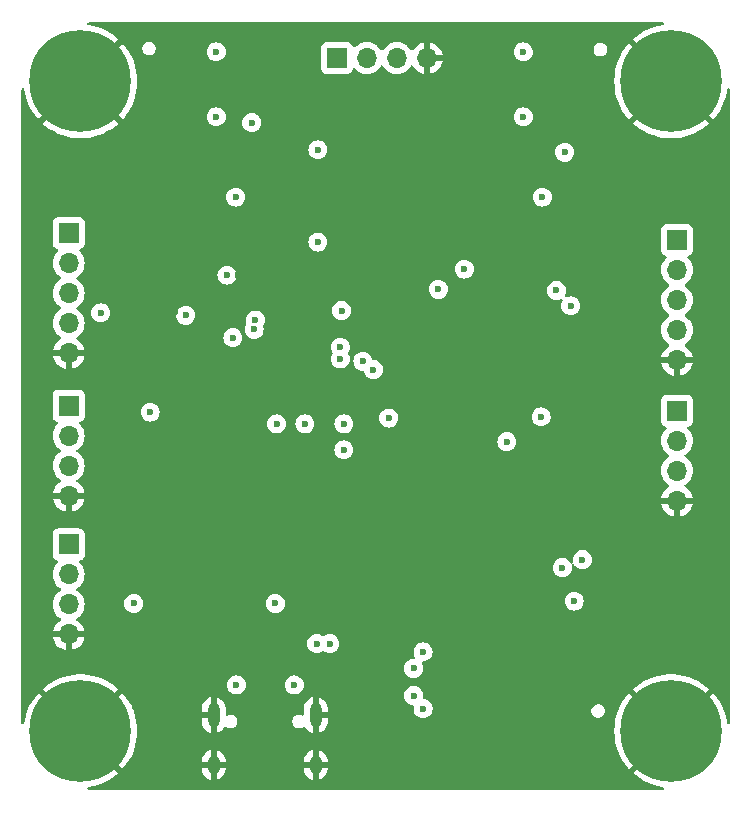
<source format=gbr>
%TF.GenerationSoftware,KiCad,Pcbnew,8.0.6*%
%TF.CreationDate,2024-12-26T00:35:44-06:00*%
%TF.ProjectId,KiCAD_MCPtest,4b694341-445f-44d4-9350-746573742e6b,rev?*%
%TF.SameCoordinates,Original*%
%TF.FileFunction,Copper,L2,Inr*%
%TF.FilePolarity,Positive*%
%FSLAX46Y46*%
G04 Gerber Fmt 4.6, Leading zero omitted, Abs format (unit mm)*
G04 Created by KiCad (PCBNEW 8.0.6) date 2024-12-26 00:35:44*
%MOMM*%
%LPD*%
G01*
G04 APERTURE LIST*
%TA.AperFunction,ComponentPad*%
%ADD10C,0.900000*%
%TD*%
%TA.AperFunction,ComponentPad*%
%ADD11C,8.600000*%
%TD*%
%TA.AperFunction,ComponentPad*%
%ADD12R,1.700000X1.700000*%
%TD*%
%TA.AperFunction,ComponentPad*%
%ADD13O,1.700000X1.700000*%
%TD*%
%TA.AperFunction,ComponentPad*%
%ADD14O,1.000000X2.100000*%
%TD*%
%TA.AperFunction,ComponentPad*%
%ADD15O,1.000000X1.600000*%
%TD*%
%TA.AperFunction,ViaPad*%
%ADD16C,0.600000*%
%TD*%
G04 APERTURE END LIST*
D10*
%TO.N,GND*%
%TO.C,H1*%
X101775000Y-48000000D03*
X102719581Y-45719581D03*
X102719581Y-50280419D03*
X105000000Y-44775000D03*
D11*
X105000000Y-48000000D03*
D10*
X105000000Y-51225000D03*
X107280419Y-45719581D03*
X107280419Y-50280419D03*
X108225000Y-48000000D03*
%TD*%
%TO.N,GND*%
%TO.C,H3*%
X151775000Y-103000000D03*
X152719581Y-100719581D03*
X152719581Y-105280419D03*
X155000000Y-99775000D03*
D11*
X155000000Y-103000000D03*
D10*
X155000000Y-106225000D03*
X157280419Y-100719581D03*
X157280419Y-105280419D03*
X158225000Y-103000000D03*
%TD*%
D12*
%TO.N,+5V*%
%TO.C,J1*%
X126700000Y-46000000D03*
D13*
%TO.N,CANH*%
X129240000Y-46000000D03*
%TO.N,CANL*%
X131780000Y-46000000D03*
%TO.N,GND*%
X134320000Y-46000000D03*
%TD*%
D12*
%TO.N,+5V*%
%TO.C,J3*%
X104000000Y-60840000D03*
D13*
%TO.N,+3V3*%
X104000000Y-63380000D03*
%TO.N,SWDIO*%
X104000000Y-65920000D03*
%TO.N,SWCLK*%
X104000000Y-68460000D03*
%TO.N,GND*%
X104000000Y-71000000D03*
%TD*%
D14*
%TO.N,GND*%
%TO.C,J7*%
X116280000Y-101670000D03*
D15*
X116280000Y-105850000D03*
D14*
X124920000Y-101670000D03*
D15*
X124920000Y-105850000D03*
%TD*%
D12*
%TO.N,+5V*%
%TO.C,J5*%
X155500000Y-61420000D03*
D13*
%TO.N,+3V3*%
X155500000Y-63960000D03*
%TO.N,SWDIO2*%
X155500000Y-66500000D03*
%TO.N,SWCLK2*%
X155500000Y-69040000D03*
%TO.N,GND*%
X155500000Y-71580000D03*
%TD*%
D12*
%TO.N,+3V3*%
%TO.C,J6*%
X155500000Y-75880000D03*
D13*
%TO.N,USART1_TX2*%
X155500000Y-78420000D03*
%TO.N,USART1_RX2*%
X155500000Y-80960000D03*
%TO.N,GND*%
X155500000Y-83500000D03*
%TD*%
D10*
%TO.N,GND*%
%TO.C,H2*%
X151775000Y-48000000D03*
X152719581Y-45719581D03*
X152719581Y-50280419D03*
X155000000Y-44775000D03*
D11*
X155000000Y-48000000D03*
D10*
X155000000Y-51225000D03*
X157280419Y-45719581D03*
X157280419Y-50280419D03*
X158225000Y-48000000D03*
%TD*%
D12*
%TO.N,+3V3*%
%TO.C,J4*%
X104000000Y-75460000D03*
D13*
%TO.N,USART1_TX*%
X104000000Y-78000000D03*
%TO.N,USART1_RX*%
X104000000Y-80540000D03*
%TO.N,GND*%
X104000000Y-83080000D03*
%TD*%
D12*
%TO.N,+3V3*%
%TO.C,J2*%
X104000000Y-87200000D03*
D13*
%TO.N,I2C1_SCL*%
X104000000Y-89740000D03*
%TO.N,I2C1_SDA*%
X104000000Y-92280000D03*
%TO.N,GND*%
X104000000Y-94820000D03*
%TD*%
D10*
%TO.N,GND*%
%TO.C,H4*%
X101775000Y-103000000D03*
X102719581Y-100719581D03*
X102719581Y-105280419D03*
X105000000Y-99775000D03*
D11*
X105000000Y-103000000D03*
D10*
X105000000Y-106225000D03*
X107280419Y-100719581D03*
X107280419Y-105280419D03*
X108225000Y-103000000D03*
%TD*%
D16*
%TO.N,+3V3*%
X134000000Y-101100000D03*
X124000000Y-77000000D03*
X144000000Y-76400000D03*
X131100000Y-76500000D03*
X117400000Y-64400000D03*
X133200000Y-100000000D03*
X109500000Y-92200000D03*
X125100000Y-53800000D03*
X141100000Y-78500000D03*
X121600000Y-77000000D03*
X110900000Y-76000000D03*
X146500000Y-67000000D03*
X127100000Y-67400000D03*
X133200000Y-97700000D03*
X146800000Y-92000000D03*
X113900000Y-67800000D03*
X134000000Y-96300000D03*
X135300000Y-65600000D03*
X119500000Y-51500000D03*
X137500000Y-63900000D03*
X146000000Y-54000000D03*
%TO.N,GND*%
X110300000Y-71100000D03*
X111300000Y-100000000D03*
X124100000Y-100000000D03*
X140700000Y-84900000D03*
X117100000Y-100000000D03*
X137800000Y-99500000D03*
X108000000Y-62000000D03*
X149700000Y-89200000D03*
X133900000Y-66500000D03*
X118000000Y-76500000D03*
X137600000Y-71400000D03*
X115600000Y-52800000D03*
X147000000Y-68300000D03*
X137800000Y-100400000D03*
X121000000Y-52100000D03*
X122600000Y-56500000D03*
X133700000Y-69500000D03*
X132900000Y-68900000D03*
X135300000Y-64100000D03*
X141600000Y-52800000D03*
X121600000Y-94300000D03*
X143000000Y-61600000D03*
X137800000Y-96900000D03*
X138700000Y-76800000D03*
X140700000Y-86200000D03*
X133000000Y-68000000D03*
X132000000Y-63500000D03*
X144000000Y-94000000D03*
X115300000Y-64100000D03*
X127000000Y-68500000D03*
X133500000Y-77000000D03*
X116900000Y-57800000D03*
X151900000Y-61900000D03*
X116100000Y-63500000D03*
X130000000Y-88500000D03*
X137800000Y-98000000D03*
X111200000Y-102400000D03*
X138600000Y-63900000D03*
X110300000Y-72000000D03*
X113000000Y-67500000D03*
X132500000Y-77000000D03*
X131000000Y-74000000D03*
X147000000Y-52000000D03*
X118300000Y-64400000D03*
X117900000Y-72300000D03*
X130800000Y-73000000D03*
X151200000Y-93900000D03*
X142500000Y-77100000D03*
X113500000Y-76500000D03*
%TO.N,SWCLK*%
X106700000Y-67600000D03*
X119700000Y-69000000D03*
%TO.N,SWDIO*%
X117900000Y-69700000D03*
%TO.N,+5V*%
X121500000Y-92200000D03*
X145800000Y-89175000D03*
X147500000Y-88500000D03*
X126100000Y-95600000D03*
X125000000Y-95600000D03*
X144100000Y-57800000D03*
X118135000Y-57800000D03*
%TO.N,SWCLK2*%
X145300000Y-65700000D03*
%TO.N,I2C1_SDA*%
X127300000Y-79200000D03*
X129800000Y-72400000D03*
%TO.N,I2C1_SCL*%
X127300000Y-77000000D03*
X128900000Y-71700000D03*
%TO.N,USART1_RX*%
X127000000Y-70500000D03*
%TO.N,USART1_TX*%
X127000000Y-71500000D03*
%TO.N,CANH*%
X116500000Y-51000000D03*
X142500000Y-51000000D03*
X142500000Y-45500000D03*
X116500000Y-45500000D03*
%TO.N,Net-(F1-Pad1)*%
X118200000Y-99100000D03*
X123100000Y-99100000D03*
%TO.N,BOOT0*%
X119800000Y-68200000D03*
X125100000Y-61600000D03*
%TD*%
%TA.AperFunction,Conductor*%
%TO.N,GND*%
G36*
X154359371Y-43019685D02*
G01*
X154405126Y-43072489D01*
X154415070Y-43141647D01*
X154386045Y-43205203D01*
X154327267Y-43242977D01*
X154314473Y-43246007D01*
X153930816Y-43315630D01*
X153515234Y-43430324D01*
X153515209Y-43430332D01*
X153111583Y-43581815D01*
X153111569Y-43581821D01*
X152723146Y-43768876D01*
X152723140Y-43768879D01*
X152353024Y-43990013D01*
X152004235Y-44243423D01*
X151786877Y-44433322D01*
X151786877Y-44433323D01*
X153666651Y-46313098D01*
X153579365Y-46380076D01*
X153380076Y-46579365D01*
X153313098Y-46666651D01*
X151432223Y-44785777D01*
X151381624Y-44838699D01*
X151381612Y-44838712D01*
X151112800Y-45175791D01*
X151112799Y-45175792D01*
X150875294Y-45535600D01*
X150670989Y-45915261D01*
X150670985Y-45915269D01*
X150501545Y-46311695D01*
X150501542Y-46311703D01*
X150368313Y-46721741D01*
X150272378Y-47142061D01*
X150214505Y-47569298D01*
X150214504Y-47569307D01*
X150195162Y-47999996D01*
X150195162Y-48000003D01*
X150214504Y-48430692D01*
X150214505Y-48430701D01*
X150272378Y-48857938D01*
X150368313Y-49278258D01*
X150501542Y-49688296D01*
X150501545Y-49688304D01*
X150670985Y-50084730D01*
X150670989Y-50084738D01*
X150875294Y-50464399D01*
X151112799Y-50824207D01*
X151112800Y-50824208D01*
X151381608Y-51161282D01*
X151432223Y-51214221D01*
X153313097Y-49333347D01*
X153380076Y-49420635D01*
X153579365Y-49619924D01*
X153666651Y-49686901D01*
X151786877Y-51566675D01*
X152004227Y-51756569D01*
X152004244Y-51756582D01*
X152353024Y-52009986D01*
X152723140Y-52231120D01*
X152723146Y-52231123D01*
X153111569Y-52418178D01*
X153111583Y-52418184D01*
X153515209Y-52569667D01*
X153515234Y-52569675D01*
X153930816Y-52684369D01*
X154355023Y-52761351D01*
X154784435Y-52799999D01*
X154784438Y-52800000D01*
X155215562Y-52800000D01*
X155215564Y-52799999D01*
X155644976Y-52761351D01*
X156069183Y-52684369D01*
X156484765Y-52569675D01*
X156484790Y-52569667D01*
X156888416Y-52418184D01*
X156888430Y-52418178D01*
X157276853Y-52231123D01*
X157276859Y-52231120D01*
X157646975Y-52009986D01*
X157995755Y-51756582D01*
X157995772Y-51756569D01*
X158213121Y-51566675D01*
X156333348Y-49686901D01*
X156420635Y-49619924D01*
X156619924Y-49420635D01*
X156686901Y-49333348D01*
X158567776Y-51214222D01*
X158618386Y-51161289D01*
X158618386Y-51161288D01*
X158887199Y-50824208D01*
X158887200Y-50824207D01*
X159124705Y-50464399D01*
X159329010Y-50084738D01*
X159329014Y-50084730D01*
X159498454Y-49688304D01*
X159498457Y-49688296D01*
X159631686Y-49278258D01*
X159727621Y-48857938D01*
X159753122Y-48669685D01*
X159781628Y-48605895D01*
X159840095Y-48567642D01*
X159909963Y-48567072D01*
X159969047Y-48604365D01*
X159998590Y-48667682D01*
X160000000Y-48686330D01*
X160000000Y-102313669D01*
X159980315Y-102380708D01*
X159927511Y-102426463D01*
X159858353Y-102436407D01*
X159794797Y-102407382D01*
X159757023Y-102348604D01*
X159753122Y-102330314D01*
X159727621Y-102142061D01*
X159631686Y-101721741D01*
X159498457Y-101311703D01*
X159498454Y-101311695D01*
X159329014Y-100915269D01*
X159329010Y-100915261D01*
X159124705Y-100535600D01*
X158887200Y-100175792D01*
X158887199Y-100175791D01*
X158618391Y-99838717D01*
X158567774Y-99785776D01*
X156686900Y-101666650D01*
X156619924Y-101579365D01*
X156420635Y-101380076D01*
X156333346Y-101313097D01*
X158213121Y-99433323D01*
X157995772Y-99243430D01*
X157995755Y-99243417D01*
X157646975Y-98990013D01*
X157276859Y-98768879D01*
X157276853Y-98768876D01*
X156888430Y-98581821D01*
X156888416Y-98581815D01*
X156484790Y-98430332D01*
X156484765Y-98430324D01*
X156069183Y-98315630D01*
X155644976Y-98238648D01*
X155215564Y-98200000D01*
X154784435Y-98200000D01*
X154355023Y-98238648D01*
X153930816Y-98315630D01*
X153515234Y-98430324D01*
X153515209Y-98430332D01*
X153111583Y-98581815D01*
X153111569Y-98581821D01*
X152723146Y-98768876D01*
X152723140Y-98768879D01*
X152353024Y-98990013D01*
X152004235Y-99243423D01*
X151786877Y-99433322D01*
X151786877Y-99433323D01*
X153666652Y-101313098D01*
X153579365Y-101380076D01*
X153380076Y-101579365D01*
X153313098Y-101666651D01*
X151432223Y-99785777D01*
X151381624Y-99838699D01*
X151381612Y-99838712D01*
X151112800Y-100175791D01*
X151112799Y-100175792D01*
X150875294Y-100535600D01*
X150670989Y-100915261D01*
X150670985Y-100915269D01*
X150501545Y-101311695D01*
X150501542Y-101311703D01*
X150368313Y-101721741D01*
X150272378Y-102142061D01*
X150214505Y-102569298D01*
X150214504Y-102569307D01*
X150195162Y-102999996D01*
X150195162Y-103000003D01*
X150214504Y-103430692D01*
X150214505Y-103430701D01*
X150272378Y-103857938D01*
X150368313Y-104278258D01*
X150501542Y-104688296D01*
X150501545Y-104688304D01*
X150670985Y-105084730D01*
X150670989Y-105084738D01*
X150875294Y-105464399D01*
X151112799Y-105824207D01*
X151112800Y-105824208D01*
X151381608Y-106161282D01*
X151432223Y-106214221D01*
X153313097Y-104333347D01*
X153380076Y-104420635D01*
X153579365Y-104619924D01*
X153666651Y-104686901D01*
X151786877Y-106566675D01*
X152004227Y-106756569D01*
X152004244Y-106756582D01*
X152353024Y-107009986D01*
X152723140Y-107231120D01*
X152723146Y-107231123D01*
X153111569Y-107418178D01*
X153111583Y-107418184D01*
X153515209Y-107569667D01*
X153515234Y-107569675D01*
X153930816Y-107684369D01*
X154314473Y-107753993D01*
X154376920Y-107785331D01*
X154412511Y-107845457D01*
X154409946Y-107915279D01*
X154370040Y-107972631D01*
X154305461Y-107999303D01*
X154292332Y-108000000D01*
X105707668Y-108000000D01*
X105640629Y-107980315D01*
X105594874Y-107927511D01*
X105584930Y-107858353D01*
X105613955Y-107794797D01*
X105672733Y-107757023D01*
X105685527Y-107753993D01*
X106069183Y-107684369D01*
X106484765Y-107569675D01*
X106484790Y-107569667D01*
X106888416Y-107418184D01*
X106888430Y-107418178D01*
X107276853Y-107231123D01*
X107276859Y-107231120D01*
X107646975Y-107009986D01*
X107995755Y-106756582D01*
X107995772Y-106756569D01*
X108213121Y-106566675D01*
X106333348Y-104686901D01*
X106420635Y-104619924D01*
X106619924Y-104420635D01*
X106686901Y-104333347D01*
X108567775Y-106214222D01*
X108567776Y-106214222D01*
X108618386Y-106161289D01*
X108618386Y-106161288D01*
X108887199Y-105824208D01*
X108887200Y-105824207D01*
X109124705Y-105464399D01*
X109131644Y-105451504D01*
X115280000Y-105451504D01*
X115280000Y-105600000D01*
X115980000Y-105600000D01*
X115980000Y-106100000D01*
X115280000Y-106100000D01*
X115280000Y-106248495D01*
X115318427Y-106441681D01*
X115318430Y-106441693D01*
X115393807Y-106623671D01*
X115393814Y-106623684D01*
X115503248Y-106787462D01*
X115503251Y-106787466D01*
X115642533Y-106926748D01*
X115642537Y-106926751D01*
X115806315Y-107036185D01*
X115806328Y-107036192D01*
X115988308Y-107111569D01*
X116030000Y-107119862D01*
X116030000Y-106316988D01*
X116039940Y-106334205D01*
X116095795Y-106390060D01*
X116164204Y-106429556D01*
X116240504Y-106450000D01*
X116319496Y-106450000D01*
X116395796Y-106429556D01*
X116464205Y-106390060D01*
X116520060Y-106334205D01*
X116530000Y-106316988D01*
X116530000Y-107119862D01*
X116571690Y-107111569D01*
X116571692Y-107111569D01*
X116753671Y-107036192D01*
X116753684Y-107036185D01*
X116917462Y-106926751D01*
X116917466Y-106926748D01*
X117056748Y-106787466D01*
X117056751Y-106787462D01*
X117166185Y-106623684D01*
X117166192Y-106623671D01*
X117241569Y-106441693D01*
X117241572Y-106441681D01*
X117279999Y-106248495D01*
X117280000Y-106248492D01*
X117280000Y-106100000D01*
X116580000Y-106100000D01*
X116580000Y-105600000D01*
X117280000Y-105600000D01*
X117280000Y-105451508D01*
X117279999Y-105451504D01*
X123920000Y-105451504D01*
X123920000Y-105600000D01*
X124620000Y-105600000D01*
X124620000Y-106100000D01*
X123920000Y-106100000D01*
X123920000Y-106248495D01*
X123958427Y-106441681D01*
X123958430Y-106441693D01*
X124033807Y-106623671D01*
X124033814Y-106623684D01*
X124143248Y-106787462D01*
X124143251Y-106787466D01*
X124282533Y-106926748D01*
X124282537Y-106926751D01*
X124446315Y-107036185D01*
X124446328Y-107036192D01*
X124628308Y-107111569D01*
X124670000Y-107119862D01*
X124670000Y-106316988D01*
X124679940Y-106334205D01*
X124735795Y-106390060D01*
X124804204Y-106429556D01*
X124880504Y-106450000D01*
X124959496Y-106450000D01*
X125035796Y-106429556D01*
X125104205Y-106390060D01*
X125160060Y-106334205D01*
X125170000Y-106316988D01*
X125170000Y-107119862D01*
X125211690Y-107111569D01*
X125211692Y-107111569D01*
X125393671Y-107036192D01*
X125393684Y-107036185D01*
X125557462Y-106926751D01*
X125557466Y-106926748D01*
X125696748Y-106787466D01*
X125696751Y-106787462D01*
X125806185Y-106623684D01*
X125806192Y-106623671D01*
X125881569Y-106441693D01*
X125881572Y-106441681D01*
X125919999Y-106248495D01*
X125920000Y-106248492D01*
X125920000Y-106100000D01*
X125220000Y-106100000D01*
X125220000Y-105600000D01*
X125920000Y-105600000D01*
X125920000Y-105451508D01*
X125919999Y-105451504D01*
X125881572Y-105258318D01*
X125881569Y-105258306D01*
X125806192Y-105076328D01*
X125806185Y-105076315D01*
X125696751Y-104912537D01*
X125696748Y-104912533D01*
X125557466Y-104773251D01*
X125557462Y-104773248D01*
X125393684Y-104663814D01*
X125393671Y-104663807D01*
X125211691Y-104588429D01*
X125211683Y-104588427D01*
X125170000Y-104580135D01*
X125170000Y-105383011D01*
X125160060Y-105365795D01*
X125104205Y-105309940D01*
X125035796Y-105270444D01*
X124959496Y-105250000D01*
X124880504Y-105250000D01*
X124804204Y-105270444D01*
X124735795Y-105309940D01*
X124679940Y-105365795D01*
X124670000Y-105383011D01*
X124670000Y-104580136D01*
X124669999Y-104580135D01*
X124628316Y-104588427D01*
X124628308Y-104588429D01*
X124446328Y-104663807D01*
X124446315Y-104663814D01*
X124282537Y-104773248D01*
X124282533Y-104773251D01*
X124143251Y-104912533D01*
X124143248Y-104912537D01*
X124033814Y-105076315D01*
X124033807Y-105076328D01*
X123958430Y-105258306D01*
X123958427Y-105258318D01*
X123920000Y-105451504D01*
X117279999Y-105451504D01*
X117241572Y-105258318D01*
X117241569Y-105258306D01*
X117166192Y-105076328D01*
X117166185Y-105076315D01*
X117056751Y-104912537D01*
X117056748Y-104912533D01*
X116917466Y-104773251D01*
X116917462Y-104773248D01*
X116753684Y-104663814D01*
X116753671Y-104663807D01*
X116571691Y-104588429D01*
X116571683Y-104588427D01*
X116530000Y-104580135D01*
X116530000Y-105383011D01*
X116520060Y-105365795D01*
X116464205Y-105309940D01*
X116395796Y-105270444D01*
X116319496Y-105250000D01*
X116240504Y-105250000D01*
X116164204Y-105270444D01*
X116095795Y-105309940D01*
X116039940Y-105365795D01*
X116030000Y-105383011D01*
X116030000Y-104580136D01*
X116029999Y-104580135D01*
X115988316Y-104588427D01*
X115988308Y-104588429D01*
X115806328Y-104663807D01*
X115806315Y-104663814D01*
X115642537Y-104773248D01*
X115642533Y-104773251D01*
X115503251Y-104912533D01*
X115503248Y-104912537D01*
X115393814Y-105076315D01*
X115393807Y-105076328D01*
X115318430Y-105258306D01*
X115318427Y-105258318D01*
X115280000Y-105451504D01*
X109131644Y-105451504D01*
X109329010Y-105084738D01*
X109329014Y-105084730D01*
X109498454Y-104688304D01*
X109498457Y-104688296D01*
X109631686Y-104278258D01*
X109727621Y-103857938D01*
X109785494Y-103430701D01*
X109785495Y-103430692D01*
X109804838Y-103000003D01*
X109804838Y-102999996D01*
X109785495Y-102569307D01*
X109785494Y-102569298D01*
X109727621Y-102142061D01*
X109631686Y-101721741D01*
X109498457Y-101311703D01*
X109498454Y-101311695D01*
X109374421Y-101021504D01*
X115280000Y-101021504D01*
X115280000Y-101420000D01*
X115980000Y-101420000D01*
X115980000Y-101920000D01*
X115280000Y-101920000D01*
X115280000Y-102318495D01*
X115318427Y-102511681D01*
X115318430Y-102511693D01*
X115393807Y-102693671D01*
X115393814Y-102693684D01*
X115503248Y-102857462D01*
X115503251Y-102857466D01*
X115642533Y-102996748D01*
X115642537Y-102996751D01*
X115806315Y-103106185D01*
X115806328Y-103106192D01*
X115988308Y-103181569D01*
X116030000Y-103189862D01*
X116030000Y-102386988D01*
X116039940Y-102404205D01*
X116095795Y-102460060D01*
X116164204Y-102499556D01*
X116240504Y-102520000D01*
X116319496Y-102520000D01*
X116395796Y-102499556D01*
X116464205Y-102460060D01*
X116520060Y-102404205D01*
X116530000Y-102386988D01*
X116530000Y-103189862D01*
X116571690Y-103181569D01*
X116571692Y-103181569D01*
X116753671Y-103106192D01*
X116753684Y-103106185D01*
X116917462Y-102996751D01*
X116917466Y-102996748D01*
X117056748Y-102857466D01*
X117056751Y-102857462D01*
X117169574Y-102688613D01*
X117171007Y-102689570D01*
X117214198Y-102645580D01*
X117282332Y-102630103D01*
X117348018Y-102653919D01*
X117350089Y-102655697D01*
X117350189Y-102655568D01*
X117356630Y-102660510D01*
X117356635Y-102660515D01*
X117487865Y-102736281D01*
X117634234Y-102775500D01*
X117634236Y-102775500D01*
X117785764Y-102775500D01*
X117785766Y-102775500D01*
X117932135Y-102736281D01*
X118063365Y-102660515D01*
X118170515Y-102553365D01*
X118246281Y-102422135D01*
X118285500Y-102275766D01*
X118285500Y-102124234D01*
X122914500Y-102124234D01*
X122914500Y-102275765D01*
X122953719Y-102422136D01*
X122961959Y-102436407D01*
X123029485Y-102553365D01*
X123136635Y-102660515D01*
X123267865Y-102736281D01*
X123414234Y-102775500D01*
X123414236Y-102775500D01*
X123565764Y-102775500D01*
X123565766Y-102775500D01*
X123712135Y-102736281D01*
X123843365Y-102660515D01*
X123843372Y-102660507D01*
X123849811Y-102655568D01*
X123852044Y-102658478D01*
X123898258Y-102632865D01*
X123967980Y-102637411D01*
X124024176Y-102678930D01*
X124030394Y-102688634D01*
X124030426Y-102688613D01*
X124143248Y-102857462D01*
X124143251Y-102857466D01*
X124282533Y-102996748D01*
X124282537Y-102996751D01*
X124446315Y-103106185D01*
X124446328Y-103106192D01*
X124628308Y-103181569D01*
X124670000Y-103189862D01*
X124670000Y-102386988D01*
X124679940Y-102404205D01*
X124735795Y-102460060D01*
X124804204Y-102499556D01*
X124880504Y-102520000D01*
X124959496Y-102520000D01*
X125035796Y-102499556D01*
X125104205Y-102460060D01*
X125160060Y-102404205D01*
X125170000Y-102386988D01*
X125170000Y-103189862D01*
X125211690Y-103181569D01*
X125211692Y-103181569D01*
X125393671Y-103106192D01*
X125393684Y-103106185D01*
X125557462Y-102996751D01*
X125557466Y-102996748D01*
X125696748Y-102857466D01*
X125696751Y-102857462D01*
X125806185Y-102693684D01*
X125806192Y-102693671D01*
X125881569Y-102511693D01*
X125881572Y-102511681D01*
X125919999Y-102318495D01*
X125920000Y-102318492D01*
X125920000Y-101920000D01*
X125220000Y-101920000D01*
X125220000Y-101420000D01*
X125920000Y-101420000D01*
X125920000Y-101021508D01*
X125919999Y-101021504D01*
X125881572Y-100828318D01*
X125881569Y-100828306D01*
X125806192Y-100646328D01*
X125806185Y-100646315D01*
X125696751Y-100482537D01*
X125696748Y-100482533D01*
X125557466Y-100343251D01*
X125557461Y-100343247D01*
X125393684Y-100233814D01*
X125393671Y-100233807D01*
X125211691Y-100158429D01*
X125211683Y-100158427D01*
X125170000Y-100150135D01*
X125170000Y-100953011D01*
X125160060Y-100935795D01*
X125104205Y-100879940D01*
X125035796Y-100840444D01*
X124959496Y-100820000D01*
X124880504Y-100820000D01*
X124804204Y-100840444D01*
X124735795Y-100879940D01*
X124679940Y-100935795D01*
X124670000Y-100953011D01*
X124670000Y-100150136D01*
X124669999Y-100150135D01*
X124628316Y-100158427D01*
X124628308Y-100158429D01*
X124446328Y-100233807D01*
X124446315Y-100233814D01*
X124282539Y-100343247D01*
X124282533Y-100343251D01*
X124143251Y-100482533D01*
X124143248Y-100482537D01*
X124033814Y-100646315D01*
X124033807Y-100646328D01*
X123958430Y-100828306D01*
X123958427Y-100828318D01*
X123920000Y-101021504D01*
X123920000Y-101568955D01*
X123900315Y-101635994D01*
X123847511Y-101681749D01*
X123778353Y-101691693D01*
X123734000Y-101676342D01*
X123712138Y-101663720D01*
X123712135Y-101663719D01*
X123565766Y-101624500D01*
X123414234Y-101624500D01*
X123267863Y-101663719D01*
X123136635Y-101739485D01*
X123136632Y-101739487D01*
X123029487Y-101846632D01*
X123029485Y-101846635D01*
X122953719Y-101977863D01*
X122914500Y-102124234D01*
X118285500Y-102124234D01*
X118246281Y-101977865D01*
X118170515Y-101846635D01*
X118063365Y-101739485D01*
X117953999Y-101676342D01*
X117932136Y-101663719D01*
X117858950Y-101644109D01*
X117785766Y-101624500D01*
X117634234Y-101624500D01*
X117487865Y-101663719D01*
X117487864Y-101663719D01*
X117487862Y-101663720D01*
X117487861Y-101663720D01*
X117466000Y-101676342D01*
X117398099Y-101692815D01*
X117332073Y-101669962D01*
X117288882Y-101615041D01*
X117280000Y-101568955D01*
X117280000Y-101021508D01*
X117279999Y-101021504D01*
X117241572Y-100828318D01*
X117241569Y-100828306D01*
X117166192Y-100646328D01*
X117166185Y-100646315D01*
X117056751Y-100482537D01*
X117056748Y-100482533D01*
X116917466Y-100343251D01*
X116917461Y-100343247D01*
X116753684Y-100233814D01*
X116753671Y-100233807D01*
X116571691Y-100158429D01*
X116571683Y-100158427D01*
X116530000Y-100150135D01*
X116530000Y-100953011D01*
X116520060Y-100935795D01*
X116464205Y-100879940D01*
X116395796Y-100840444D01*
X116319496Y-100820000D01*
X116240504Y-100820000D01*
X116164204Y-100840444D01*
X116095795Y-100879940D01*
X116039940Y-100935795D01*
X116030000Y-100953011D01*
X116030000Y-100150136D01*
X116029999Y-100150135D01*
X115988316Y-100158427D01*
X115988308Y-100158429D01*
X115806328Y-100233807D01*
X115806315Y-100233814D01*
X115642539Y-100343247D01*
X115642533Y-100343251D01*
X115503251Y-100482533D01*
X115503248Y-100482537D01*
X115393814Y-100646315D01*
X115393807Y-100646328D01*
X115318430Y-100828306D01*
X115318427Y-100828318D01*
X115280000Y-101021504D01*
X109374421Y-101021504D01*
X109329014Y-100915269D01*
X109329010Y-100915261D01*
X109124705Y-100535600D01*
X108887200Y-100175792D01*
X108887199Y-100175791D01*
X108747007Y-99999996D01*
X132394435Y-99999996D01*
X132394435Y-100000003D01*
X132414630Y-100179249D01*
X132414631Y-100179254D01*
X132474211Y-100349523D01*
X132489724Y-100374211D01*
X132570184Y-100502262D01*
X132697738Y-100629816D01*
X132850478Y-100725789D01*
X133020745Y-100785368D01*
X133020750Y-100785369D01*
X133086330Y-100792757D01*
X133104041Y-100794753D01*
X133168455Y-100821819D01*
X133208011Y-100879413D01*
X133213379Y-100931856D01*
X133194435Y-101099996D01*
X133194435Y-101100003D01*
X133214630Y-101279249D01*
X133214631Y-101279254D01*
X133274211Y-101449523D01*
X133319362Y-101521380D01*
X133370184Y-101602262D01*
X133497738Y-101729816D01*
X133650478Y-101825789D01*
X133786931Y-101873536D01*
X133820745Y-101885368D01*
X133820750Y-101885369D01*
X133999996Y-101905565D01*
X134000000Y-101905565D01*
X134000004Y-101905565D01*
X134179249Y-101885369D01*
X134179252Y-101885368D01*
X134179255Y-101885368D01*
X134349522Y-101825789D01*
X134502262Y-101729816D01*
X134629816Y-101602262D01*
X134725789Y-101449522D01*
X134785368Y-101279255D01*
X134791538Y-101224493D01*
X148250464Y-101224493D01*
X148250464Y-101375507D01*
X148270297Y-101449523D01*
X148289551Y-101521380D01*
X148317019Y-101568955D01*
X148365057Y-101652159D01*
X148471841Y-101758943D01*
X148563767Y-101812016D01*
X148602619Y-101834448D01*
X148602620Y-101834448D01*
X148602623Y-101834450D01*
X148748493Y-101873536D01*
X148899504Y-101873536D01*
X148899507Y-101873536D01*
X149045377Y-101834450D01*
X149176159Y-101758943D01*
X149282943Y-101652159D01*
X149358450Y-101521377D01*
X149397536Y-101375507D01*
X149400000Y-101300000D01*
X149397536Y-101224493D01*
X149358450Y-101078623D01*
X149282943Y-100947841D01*
X149176159Y-100841057D01*
X149137303Y-100818623D01*
X149045380Y-100765551D01*
X149045381Y-100765551D01*
X149033419Y-100762345D01*
X148899507Y-100726464D01*
X148899504Y-100726464D01*
X148748496Y-100726464D01*
X148748493Y-100726464D01*
X148614580Y-100762345D01*
X148602619Y-100765551D01*
X148471844Y-100841055D01*
X148471838Y-100841059D01*
X148365059Y-100947838D01*
X148365055Y-100947844D01*
X148289551Y-101078619D01*
X148289550Y-101078623D01*
X148250464Y-101224493D01*
X134791538Y-101224493D01*
X134805565Y-101100000D01*
X134803368Y-101080504D01*
X134785369Y-100920750D01*
X134785368Y-100920745D01*
X134737998Y-100785369D01*
X134725789Y-100750478D01*
X134629816Y-100597738D01*
X134502262Y-100470184D01*
X134349523Y-100374211D01*
X134179254Y-100314631D01*
X134179249Y-100314630D01*
X134095957Y-100305246D01*
X134031543Y-100278180D01*
X133991987Y-100220585D01*
X133986620Y-100168142D01*
X133987715Y-100158429D01*
X134005565Y-100000000D01*
X133992649Y-99885369D01*
X133985369Y-99820750D01*
X133985368Y-99820745D01*
X133973132Y-99785776D01*
X133925789Y-99650478D01*
X133829816Y-99497738D01*
X133702262Y-99370184D01*
X133549523Y-99274211D01*
X133379254Y-99214631D01*
X133379249Y-99214630D01*
X133200004Y-99194435D01*
X133199996Y-99194435D01*
X133020750Y-99214630D01*
X133020745Y-99214631D01*
X132850476Y-99274211D01*
X132697737Y-99370184D01*
X132570184Y-99497737D01*
X132474211Y-99650476D01*
X132414631Y-99820745D01*
X132414630Y-99820750D01*
X132394435Y-99999996D01*
X108747007Y-99999996D01*
X108618391Y-99838717D01*
X108567774Y-99785776D01*
X106686900Y-101666650D01*
X106619924Y-101579365D01*
X106420635Y-101380076D01*
X106333346Y-101313097D01*
X108213121Y-99433323D01*
X107995772Y-99243430D01*
X107995755Y-99243417D01*
X107798353Y-99099996D01*
X117394435Y-99099996D01*
X117394435Y-99100003D01*
X117414630Y-99279249D01*
X117414631Y-99279254D01*
X117474211Y-99449523D01*
X117504507Y-99497738D01*
X117570184Y-99602262D01*
X117697738Y-99729816D01*
X117786798Y-99785776D01*
X117842450Y-99820745D01*
X117850478Y-99825789D01*
X118020745Y-99885368D01*
X118020750Y-99885369D01*
X118199996Y-99905565D01*
X118200000Y-99905565D01*
X118200004Y-99905565D01*
X118379249Y-99885369D01*
X118379252Y-99885368D01*
X118379255Y-99885368D01*
X118549522Y-99825789D01*
X118702262Y-99729816D01*
X118829816Y-99602262D01*
X118925789Y-99449522D01*
X118985368Y-99279255D01*
X118985369Y-99279249D01*
X119005565Y-99100003D01*
X119005565Y-99099996D01*
X122294435Y-99099996D01*
X122294435Y-99100003D01*
X122314630Y-99279249D01*
X122314631Y-99279254D01*
X122374211Y-99449523D01*
X122404507Y-99497738D01*
X122470184Y-99602262D01*
X122597738Y-99729816D01*
X122686798Y-99785776D01*
X122742450Y-99820745D01*
X122750478Y-99825789D01*
X122920745Y-99885368D01*
X122920750Y-99885369D01*
X123099996Y-99905565D01*
X123100000Y-99905565D01*
X123100004Y-99905565D01*
X123279249Y-99885369D01*
X123279252Y-99885368D01*
X123279255Y-99885368D01*
X123449522Y-99825789D01*
X123602262Y-99729816D01*
X123729816Y-99602262D01*
X123825789Y-99449522D01*
X123885368Y-99279255D01*
X123885369Y-99279249D01*
X123905565Y-99100003D01*
X123905565Y-99099996D01*
X123885369Y-98920750D01*
X123885368Y-98920745D01*
X123832228Y-98768879D01*
X123825789Y-98750478D01*
X123729816Y-98597738D01*
X123602262Y-98470184D01*
X123538838Y-98430332D01*
X123449523Y-98374211D01*
X123279254Y-98314631D01*
X123279249Y-98314630D01*
X123100004Y-98294435D01*
X123099996Y-98294435D01*
X122920750Y-98314630D01*
X122920745Y-98314631D01*
X122750476Y-98374211D01*
X122597737Y-98470184D01*
X122470184Y-98597737D01*
X122374211Y-98750476D01*
X122314631Y-98920745D01*
X122314630Y-98920750D01*
X122294435Y-99099996D01*
X119005565Y-99099996D01*
X118985369Y-98920750D01*
X118985368Y-98920745D01*
X118932228Y-98768879D01*
X118925789Y-98750478D01*
X118829816Y-98597738D01*
X118702262Y-98470184D01*
X118638838Y-98430332D01*
X118549523Y-98374211D01*
X118379254Y-98314631D01*
X118379249Y-98314630D01*
X118200004Y-98294435D01*
X118199996Y-98294435D01*
X118020750Y-98314630D01*
X118020745Y-98314631D01*
X117850476Y-98374211D01*
X117697737Y-98470184D01*
X117570184Y-98597737D01*
X117474211Y-98750476D01*
X117414631Y-98920745D01*
X117414630Y-98920750D01*
X117394435Y-99099996D01*
X107798353Y-99099996D01*
X107646975Y-98990013D01*
X107276859Y-98768879D01*
X107276853Y-98768876D01*
X106888430Y-98581821D01*
X106888416Y-98581815D01*
X106484790Y-98430332D01*
X106484765Y-98430324D01*
X106069183Y-98315630D01*
X105644976Y-98238648D01*
X105215564Y-98200000D01*
X104784435Y-98200000D01*
X104355023Y-98238648D01*
X103930816Y-98315630D01*
X103515234Y-98430324D01*
X103515209Y-98430332D01*
X103111583Y-98581815D01*
X103111569Y-98581821D01*
X102723146Y-98768876D01*
X102723140Y-98768879D01*
X102353024Y-98990013D01*
X102004235Y-99243423D01*
X101786877Y-99433322D01*
X101786877Y-99433323D01*
X103666652Y-101313098D01*
X103579365Y-101380076D01*
X103380076Y-101579365D01*
X103313098Y-101666651D01*
X101432224Y-99785777D01*
X101432223Y-99785777D01*
X101381624Y-99838699D01*
X101381612Y-99838712D01*
X101112800Y-100175791D01*
X101112799Y-100175792D01*
X100875294Y-100535600D01*
X100670989Y-100915261D01*
X100670985Y-100915269D01*
X100501545Y-101311695D01*
X100501542Y-101311703D01*
X100368313Y-101721741D01*
X100272378Y-102142061D01*
X100246878Y-102330314D01*
X100218372Y-102394104D01*
X100159904Y-102432357D01*
X100090037Y-102432927D01*
X100030953Y-102395634D01*
X100001410Y-102332317D01*
X100000000Y-102313669D01*
X100000000Y-97699996D01*
X132394435Y-97699996D01*
X132394435Y-97700003D01*
X132414630Y-97879249D01*
X132414631Y-97879254D01*
X132474211Y-98049523D01*
X132568763Y-98200000D01*
X132570184Y-98202262D01*
X132697738Y-98329816D01*
X132850478Y-98425789D01*
X132977352Y-98470184D01*
X133020745Y-98485368D01*
X133020750Y-98485369D01*
X133199996Y-98505565D01*
X133200000Y-98505565D01*
X133200004Y-98505565D01*
X133379249Y-98485369D01*
X133379252Y-98485368D01*
X133379255Y-98485368D01*
X133549522Y-98425789D01*
X133702262Y-98329816D01*
X133829816Y-98202262D01*
X133925789Y-98049522D01*
X133985368Y-97879255D01*
X134005565Y-97700000D01*
X133985368Y-97520745D01*
X133925789Y-97350478D01*
X133925788Y-97350476D01*
X133925788Y-97350475D01*
X133891268Y-97295538D01*
X133872267Y-97228301D01*
X133892634Y-97161466D01*
X133945902Y-97116251D01*
X133996261Y-97105565D01*
X134000004Y-97105565D01*
X134179249Y-97085369D01*
X134179252Y-97085368D01*
X134179255Y-97085368D01*
X134349522Y-97025789D01*
X134502262Y-96929816D01*
X134629816Y-96802262D01*
X134725789Y-96649522D01*
X134785368Y-96479255D01*
X134793671Y-96405565D01*
X134805565Y-96300003D01*
X134805565Y-96299996D01*
X134785369Y-96120750D01*
X134785368Y-96120745D01*
X134725789Y-95950478D01*
X134725188Y-95949522D01*
X134629815Y-95797737D01*
X134502262Y-95670184D01*
X134349523Y-95574211D01*
X134179254Y-95514631D01*
X134179249Y-95514630D01*
X134000004Y-95494435D01*
X133999996Y-95494435D01*
X133820750Y-95514630D01*
X133820745Y-95514631D01*
X133650476Y-95574211D01*
X133497737Y-95670184D01*
X133370184Y-95797737D01*
X133274211Y-95950476D01*
X133214631Y-96120745D01*
X133214630Y-96120750D01*
X133194435Y-96299996D01*
X133194435Y-96300003D01*
X133214630Y-96479249D01*
X133214631Y-96479254D01*
X133274211Y-96649524D01*
X133308732Y-96704462D01*
X133327733Y-96771699D01*
X133307366Y-96838534D01*
X133254098Y-96883749D01*
X133203739Y-96894435D01*
X133199996Y-96894435D01*
X133020750Y-96914630D01*
X133020745Y-96914631D01*
X132850476Y-96974211D01*
X132697737Y-97070184D01*
X132570184Y-97197737D01*
X132474211Y-97350476D01*
X132414631Y-97520745D01*
X132414630Y-97520750D01*
X132394435Y-97699996D01*
X100000000Y-97699996D01*
X100000000Y-89739999D01*
X102644341Y-89739999D01*
X102644341Y-89740000D01*
X102664936Y-89975403D01*
X102664938Y-89975413D01*
X102726094Y-90203655D01*
X102726096Y-90203659D01*
X102726097Y-90203663D01*
X102825965Y-90417830D01*
X102825967Y-90417834D01*
X102961501Y-90611395D01*
X102961506Y-90611402D01*
X103128597Y-90778493D01*
X103128603Y-90778498D01*
X103314158Y-90908425D01*
X103357783Y-90963002D01*
X103364977Y-91032500D01*
X103333454Y-91094855D01*
X103314158Y-91111575D01*
X103128597Y-91241505D01*
X102961505Y-91408597D01*
X102825965Y-91602169D01*
X102825964Y-91602171D01*
X102726098Y-91816335D01*
X102726094Y-91816344D01*
X102664938Y-92044586D01*
X102664936Y-92044596D01*
X102644341Y-92279999D01*
X102644341Y-92280000D01*
X102664936Y-92515403D01*
X102664938Y-92515413D01*
X102726094Y-92743655D01*
X102726096Y-92743659D01*
X102726097Y-92743663D01*
X102766271Y-92829816D01*
X102825965Y-92957830D01*
X102825967Y-92957834D01*
X102961501Y-93151395D01*
X102961506Y-93151402D01*
X103128597Y-93318493D01*
X103128603Y-93318498D01*
X103314594Y-93448730D01*
X103358219Y-93503307D01*
X103365413Y-93572805D01*
X103333890Y-93635160D01*
X103314595Y-93651880D01*
X103128922Y-93781890D01*
X103128920Y-93781891D01*
X102961891Y-93948920D01*
X102961886Y-93948926D01*
X102826400Y-94142420D01*
X102826399Y-94142422D01*
X102726570Y-94356507D01*
X102726567Y-94356513D01*
X102669364Y-94569999D01*
X102669364Y-94570000D01*
X103566988Y-94570000D01*
X103534075Y-94627007D01*
X103500000Y-94754174D01*
X103500000Y-94885826D01*
X103534075Y-95012993D01*
X103566988Y-95070000D01*
X102669364Y-95070000D01*
X102726567Y-95283486D01*
X102726570Y-95283492D01*
X102826399Y-95497578D01*
X102961894Y-95691082D01*
X103128917Y-95858105D01*
X103322421Y-95993600D01*
X103536507Y-96093429D01*
X103536516Y-96093433D01*
X103750000Y-96150634D01*
X103750000Y-95253012D01*
X103807007Y-95285925D01*
X103934174Y-95320000D01*
X104065826Y-95320000D01*
X104192993Y-95285925D01*
X104250000Y-95253012D01*
X104250000Y-96150633D01*
X104463483Y-96093433D01*
X104463492Y-96093429D01*
X104677578Y-95993600D01*
X104871082Y-95858105D01*
X105038105Y-95691082D01*
X105101885Y-95599996D01*
X124194435Y-95599996D01*
X124194435Y-95600003D01*
X124214630Y-95779249D01*
X124214631Y-95779254D01*
X124274211Y-95949523D01*
X124301907Y-95993600D01*
X124370184Y-96102262D01*
X124497738Y-96229816D01*
X124650478Y-96325789D01*
X124820745Y-96385368D01*
X124820750Y-96385369D01*
X124999996Y-96405565D01*
X125000000Y-96405565D01*
X125000004Y-96405565D01*
X125179249Y-96385369D01*
X125179252Y-96385368D01*
X125179255Y-96385368D01*
X125349522Y-96325789D01*
X125484029Y-96241272D01*
X125551264Y-96222272D01*
X125615970Y-96241272D01*
X125680720Y-96281957D01*
X125750475Y-96325788D01*
X125920745Y-96385368D01*
X125920750Y-96385369D01*
X126099996Y-96405565D01*
X126100000Y-96405565D01*
X126100004Y-96405565D01*
X126279249Y-96385369D01*
X126279252Y-96385368D01*
X126279255Y-96385368D01*
X126449522Y-96325789D01*
X126602262Y-96229816D01*
X126729816Y-96102262D01*
X126825789Y-95949522D01*
X126885368Y-95779255D01*
X126895303Y-95691082D01*
X126905565Y-95600003D01*
X126905565Y-95599996D01*
X126885369Y-95420750D01*
X126885368Y-95420745D01*
X126825788Y-95250476D01*
X126729815Y-95097737D01*
X126602262Y-94970184D01*
X126449523Y-94874211D01*
X126279254Y-94814631D01*
X126279249Y-94814630D01*
X126100004Y-94794435D01*
X126099996Y-94794435D01*
X125920750Y-94814630D01*
X125920745Y-94814631D01*
X125750476Y-94874211D01*
X125615972Y-94958727D01*
X125548736Y-94977727D01*
X125484028Y-94958727D01*
X125349523Y-94874211D01*
X125179254Y-94814631D01*
X125179249Y-94814630D01*
X125000004Y-94794435D01*
X124999996Y-94794435D01*
X124820750Y-94814630D01*
X124820745Y-94814631D01*
X124650476Y-94874211D01*
X124497737Y-94970184D01*
X124370184Y-95097737D01*
X124274211Y-95250476D01*
X124214631Y-95420745D01*
X124214630Y-95420750D01*
X124194435Y-95599996D01*
X105101885Y-95599996D01*
X105173600Y-95497578D01*
X105273429Y-95283492D01*
X105273432Y-95283486D01*
X105330636Y-95070000D01*
X104433012Y-95070000D01*
X104465925Y-95012993D01*
X104500000Y-94885826D01*
X104500000Y-94754174D01*
X104465925Y-94627007D01*
X104433012Y-94570000D01*
X105330636Y-94570000D01*
X105330635Y-94569999D01*
X105273432Y-94356513D01*
X105273429Y-94356507D01*
X105173600Y-94142422D01*
X105173599Y-94142420D01*
X105038113Y-93948926D01*
X105038108Y-93948920D01*
X104871078Y-93781890D01*
X104685405Y-93651879D01*
X104641780Y-93597302D01*
X104634588Y-93527804D01*
X104666110Y-93465449D01*
X104685406Y-93448730D01*
X104871401Y-93318495D01*
X105038495Y-93151401D01*
X105174035Y-92957830D01*
X105273903Y-92743663D01*
X105335063Y-92515408D01*
X105355659Y-92280000D01*
X105348659Y-92199996D01*
X108694435Y-92199996D01*
X108694435Y-92200003D01*
X108714630Y-92379249D01*
X108714631Y-92379254D01*
X108774211Y-92549523D01*
X108824662Y-92629815D01*
X108870184Y-92702262D01*
X108997738Y-92829816D01*
X109150478Y-92925789D01*
X109320745Y-92985368D01*
X109320750Y-92985369D01*
X109499996Y-93005565D01*
X109500000Y-93005565D01*
X109500004Y-93005565D01*
X109679249Y-92985369D01*
X109679252Y-92985368D01*
X109679255Y-92985368D01*
X109849522Y-92925789D01*
X110002262Y-92829816D01*
X110129816Y-92702262D01*
X110225789Y-92549522D01*
X110285368Y-92379255D01*
X110288718Y-92349522D01*
X110305565Y-92200003D01*
X110305565Y-92199996D01*
X120694435Y-92199996D01*
X120694435Y-92200003D01*
X120714630Y-92379249D01*
X120714631Y-92379254D01*
X120774211Y-92549523D01*
X120824662Y-92629815D01*
X120870184Y-92702262D01*
X120997738Y-92829816D01*
X121150478Y-92925789D01*
X121320745Y-92985368D01*
X121320750Y-92985369D01*
X121499996Y-93005565D01*
X121500000Y-93005565D01*
X121500004Y-93005565D01*
X121679249Y-92985369D01*
X121679252Y-92985368D01*
X121679255Y-92985368D01*
X121849522Y-92925789D01*
X122002262Y-92829816D01*
X122129816Y-92702262D01*
X122225789Y-92549522D01*
X122285368Y-92379255D01*
X122288718Y-92349522D01*
X122305565Y-92200003D01*
X122305565Y-92199996D01*
X122285369Y-92020750D01*
X122285368Y-92020745D01*
X122278108Y-91999996D01*
X145994435Y-91999996D01*
X145994435Y-92000003D01*
X146014630Y-92179249D01*
X146014631Y-92179254D01*
X146074211Y-92349523D01*
X146170184Y-92502262D01*
X146297738Y-92629816D01*
X146450478Y-92725789D01*
X146501562Y-92743664D01*
X146620745Y-92785368D01*
X146620750Y-92785369D01*
X146799996Y-92805565D01*
X146800000Y-92805565D01*
X146800004Y-92805565D01*
X146979249Y-92785369D01*
X146979252Y-92785368D01*
X146979255Y-92785368D01*
X147149522Y-92725789D01*
X147302262Y-92629816D01*
X147429816Y-92502262D01*
X147525789Y-92349522D01*
X147585368Y-92179255D01*
X147585369Y-92179249D01*
X147605565Y-92000003D01*
X147605565Y-91999996D01*
X147585369Y-91820750D01*
X147585368Y-91820745D01*
X147542326Y-91697738D01*
X147525789Y-91650478D01*
X147429816Y-91497738D01*
X147302262Y-91370184D01*
X147149523Y-91274211D01*
X146979254Y-91214631D01*
X146979249Y-91214630D01*
X146800004Y-91194435D01*
X146799996Y-91194435D01*
X146620750Y-91214630D01*
X146620745Y-91214631D01*
X146450476Y-91274211D01*
X146297737Y-91370184D01*
X146170184Y-91497737D01*
X146074211Y-91650476D01*
X146014631Y-91820745D01*
X146014630Y-91820750D01*
X145994435Y-91999996D01*
X122278108Y-91999996D01*
X122225788Y-91850476D01*
X122129815Y-91697737D01*
X122002262Y-91570184D01*
X121849523Y-91474211D01*
X121679254Y-91414631D01*
X121679249Y-91414630D01*
X121500004Y-91394435D01*
X121499996Y-91394435D01*
X121320750Y-91414630D01*
X121320745Y-91414631D01*
X121150476Y-91474211D01*
X120997737Y-91570184D01*
X120870184Y-91697737D01*
X120774211Y-91850476D01*
X120714631Y-92020745D01*
X120714630Y-92020750D01*
X120694435Y-92199996D01*
X110305565Y-92199996D01*
X110285369Y-92020750D01*
X110285368Y-92020745D01*
X110225788Y-91850476D01*
X110129815Y-91697737D01*
X110002262Y-91570184D01*
X109849523Y-91474211D01*
X109679254Y-91414631D01*
X109679249Y-91414630D01*
X109500004Y-91394435D01*
X109499996Y-91394435D01*
X109320750Y-91414630D01*
X109320745Y-91414631D01*
X109150476Y-91474211D01*
X108997737Y-91570184D01*
X108870184Y-91697737D01*
X108774211Y-91850476D01*
X108714631Y-92020745D01*
X108714630Y-92020750D01*
X108694435Y-92199996D01*
X105348659Y-92199996D01*
X105335063Y-92044592D01*
X105283050Y-91850476D01*
X105273905Y-91816344D01*
X105273904Y-91816343D01*
X105273903Y-91816337D01*
X105174035Y-91602171D01*
X105042720Y-91414632D01*
X105038494Y-91408597D01*
X104871402Y-91241506D01*
X104871396Y-91241501D01*
X104685842Y-91111575D01*
X104642217Y-91056998D01*
X104635023Y-90987500D01*
X104666546Y-90925145D01*
X104685842Y-90908425D01*
X104708026Y-90892891D01*
X104871401Y-90778495D01*
X105038495Y-90611401D01*
X105174035Y-90417830D01*
X105273903Y-90203663D01*
X105335063Y-89975408D01*
X105355659Y-89740000D01*
X105335063Y-89504592D01*
X105273903Y-89276337D01*
X105226647Y-89174996D01*
X144994435Y-89174996D01*
X144994435Y-89175003D01*
X145014630Y-89354249D01*
X145014631Y-89354254D01*
X145074211Y-89524523D01*
X145170184Y-89677262D01*
X145297738Y-89804816D01*
X145450478Y-89900789D01*
X145620745Y-89960368D01*
X145620750Y-89960369D01*
X145799996Y-89980565D01*
X145800000Y-89980565D01*
X145800004Y-89980565D01*
X145979249Y-89960369D01*
X145979252Y-89960368D01*
X145979255Y-89960368D01*
X146149522Y-89900789D01*
X146302262Y-89804816D01*
X146429816Y-89677262D01*
X146525789Y-89524522D01*
X146585368Y-89354255D01*
X146593130Y-89285368D01*
X146605565Y-89175003D01*
X146605565Y-89174997D01*
X146584859Y-88991227D01*
X146596913Y-88922405D01*
X146644262Y-88871025D01*
X146711873Y-88853401D01*
X146778279Y-88875127D01*
X146813072Y-88911370D01*
X146870182Y-89002260D01*
X146870184Y-89002262D01*
X146997738Y-89129816D01*
X147150478Y-89225789D01*
X147294930Y-89276335D01*
X147320745Y-89285368D01*
X147320750Y-89285369D01*
X147499996Y-89305565D01*
X147500000Y-89305565D01*
X147500004Y-89305565D01*
X147679249Y-89285369D01*
X147679252Y-89285368D01*
X147679255Y-89285368D01*
X147849522Y-89225789D01*
X148002262Y-89129816D01*
X148129816Y-89002262D01*
X148225789Y-88849522D01*
X148285368Y-88679255D01*
X148285369Y-88679249D01*
X148305565Y-88500003D01*
X148305565Y-88499996D01*
X148285369Y-88320750D01*
X148285368Y-88320745D01*
X148275427Y-88292335D01*
X148225789Y-88150478D01*
X148129816Y-87997738D01*
X148002262Y-87870184D01*
X147849523Y-87774211D01*
X147679254Y-87714631D01*
X147679249Y-87714630D01*
X147500004Y-87694435D01*
X147499996Y-87694435D01*
X147320750Y-87714630D01*
X147320745Y-87714631D01*
X147150476Y-87774211D01*
X146997737Y-87870184D01*
X146870184Y-87997737D01*
X146774211Y-88150476D01*
X146714631Y-88320745D01*
X146714630Y-88320750D01*
X146694435Y-88499996D01*
X146694435Y-88500003D01*
X146715140Y-88683773D01*
X146703085Y-88752595D01*
X146655736Y-88803974D01*
X146588126Y-88821598D01*
X146521720Y-88799871D01*
X146486926Y-88763628D01*
X146429816Y-88672738D01*
X146302262Y-88545184D01*
X146230357Y-88500003D01*
X146149523Y-88449211D01*
X145979254Y-88389631D01*
X145979249Y-88389630D01*
X145800004Y-88369435D01*
X145799996Y-88369435D01*
X145620750Y-88389630D01*
X145620745Y-88389631D01*
X145450476Y-88449211D01*
X145297737Y-88545184D01*
X145170184Y-88672737D01*
X145074211Y-88825476D01*
X145014631Y-88995745D01*
X145014630Y-88995750D01*
X144994435Y-89174996D01*
X105226647Y-89174996D01*
X105174035Y-89062171D01*
X105132086Y-89002262D01*
X105038496Y-88868600D01*
X104991494Y-88821598D01*
X104916567Y-88746671D01*
X104883084Y-88685351D01*
X104888068Y-88615659D01*
X104929939Y-88559725D01*
X104960915Y-88542810D01*
X105092331Y-88493796D01*
X105207546Y-88407546D01*
X105293796Y-88292331D01*
X105344091Y-88157483D01*
X105350500Y-88097873D01*
X105350499Y-86302128D01*
X105344091Y-86242517D01*
X105293796Y-86107669D01*
X105293795Y-86107668D01*
X105293793Y-86107664D01*
X105207547Y-85992455D01*
X105207544Y-85992452D01*
X105092335Y-85906206D01*
X105092328Y-85906202D01*
X104957482Y-85855908D01*
X104957483Y-85855908D01*
X104897883Y-85849501D01*
X104897881Y-85849500D01*
X104897873Y-85849500D01*
X104897864Y-85849500D01*
X103102129Y-85849500D01*
X103102123Y-85849501D01*
X103042516Y-85855908D01*
X102907671Y-85906202D01*
X102907664Y-85906206D01*
X102792455Y-85992452D01*
X102792452Y-85992455D01*
X102706206Y-86107664D01*
X102706202Y-86107671D01*
X102655908Y-86242517D01*
X102649501Y-86302116D01*
X102649501Y-86302123D01*
X102649500Y-86302135D01*
X102649500Y-88097870D01*
X102649501Y-88097876D01*
X102655908Y-88157483D01*
X102706202Y-88292328D01*
X102706206Y-88292335D01*
X102792452Y-88407544D01*
X102792455Y-88407547D01*
X102907664Y-88493793D01*
X102907671Y-88493797D01*
X103039081Y-88542810D01*
X103095015Y-88584681D01*
X103119432Y-88650145D01*
X103104580Y-88718418D01*
X103083430Y-88746673D01*
X102961503Y-88868600D01*
X102825965Y-89062169D01*
X102825964Y-89062171D01*
X102726098Y-89276335D01*
X102726094Y-89276344D01*
X102664938Y-89504586D01*
X102664936Y-89504596D01*
X102644341Y-89739999D01*
X100000000Y-89739999D01*
X100000000Y-77999999D01*
X102644341Y-77999999D01*
X102644341Y-78000000D01*
X102664936Y-78235403D01*
X102664938Y-78235413D01*
X102726094Y-78463655D01*
X102726096Y-78463659D01*
X102726097Y-78463663D01*
X102743043Y-78500003D01*
X102825965Y-78677830D01*
X102825967Y-78677834D01*
X102961501Y-78871395D01*
X102961506Y-78871402D01*
X103128597Y-79038493D01*
X103128603Y-79038498D01*
X103314158Y-79168425D01*
X103357783Y-79223002D01*
X103364977Y-79292500D01*
X103333454Y-79354855D01*
X103314158Y-79371575D01*
X103128597Y-79501505D01*
X102961505Y-79668597D01*
X102825965Y-79862169D01*
X102825964Y-79862171D01*
X102726098Y-80076335D01*
X102726094Y-80076344D01*
X102664938Y-80304586D01*
X102664936Y-80304596D01*
X102644341Y-80539999D01*
X102644341Y-80540000D01*
X102664936Y-80775403D01*
X102664938Y-80775413D01*
X102726094Y-81003655D01*
X102726096Y-81003659D01*
X102726097Y-81003663D01*
X102815507Y-81195403D01*
X102825965Y-81217830D01*
X102825967Y-81217834D01*
X102961501Y-81411395D01*
X102961506Y-81411402D01*
X103128597Y-81578493D01*
X103128603Y-81578498D01*
X103314594Y-81708730D01*
X103358219Y-81763307D01*
X103365413Y-81832805D01*
X103333890Y-81895160D01*
X103314595Y-81911880D01*
X103128922Y-82041890D01*
X103128920Y-82041891D01*
X102961891Y-82208920D01*
X102961886Y-82208926D01*
X102826400Y-82402420D01*
X102826399Y-82402422D01*
X102726570Y-82616507D01*
X102726567Y-82616513D01*
X102669364Y-82829999D01*
X102669364Y-82830000D01*
X103566988Y-82830000D01*
X103534075Y-82887007D01*
X103500000Y-83014174D01*
X103500000Y-83145826D01*
X103534075Y-83272993D01*
X103566988Y-83330000D01*
X102669364Y-83330000D01*
X102726567Y-83543486D01*
X102726570Y-83543492D01*
X102826399Y-83757578D01*
X102961894Y-83951082D01*
X103128917Y-84118105D01*
X103322421Y-84253600D01*
X103536507Y-84353429D01*
X103536516Y-84353433D01*
X103750000Y-84410634D01*
X103750000Y-83513012D01*
X103807007Y-83545925D01*
X103934174Y-83580000D01*
X104065826Y-83580000D01*
X104192993Y-83545925D01*
X104250000Y-83513012D01*
X104250000Y-84410633D01*
X104463483Y-84353433D01*
X104463492Y-84353429D01*
X104677578Y-84253600D01*
X104871082Y-84118105D01*
X105038105Y-83951082D01*
X105173600Y-83757578D01*
X105273429Y-83543492D01*
X105273432Y-83543486D01*
X105330636Y-83330000D01*
X104433012Y-83330000D01*
X104465925Y-83272993D01*
X104500000Y-83145826D01*
X104500000Y-83014174D01*
X104465925Y-82887007D01*
X104433012Y-82830000D01*
X105330636Y-82830000D01*
X105330635Y-82829999D01*
X105273432Y-82616513D01*
X105273429Y-82616507D01*
X105173600Y-82402422D01*
X105173599Y-82402420D01*
X105038113Y-82208926D01*
X105038108Y-82208920D01*
X104871078Y-82041890D01*
X104685405Y-81911879D01*
X104641780Y-81857302D01*
X104634588Y-81787804D01*
X104666110Y-81725449D01*
X104685406Y-81708730D01*
X104786656Y-81637834D01*
X104871401Y-81578495D01*
X105038495Y-81411401D01*
X105174035Y-81217830D01*
X105273903Y-81003663D01*
X105335063Y-80775408D01*
X105355659Y-80540000D01*
X105335063Y-80304592D01*
X105273903Y-80076337D01*
X105174035Y-79862171D01*
X105151380Y-79829815D01*
X105038494Y-79668597D01*
X104871402Y-79501506D01*
X104871396Y-79501501D01*
X104685842Y-79371575D01*
X104642217Y-79316998D01*
X104635023Y-79247500D01*
X104659038Y-79199996D01*
X126494435Y-79199996D01*
X126494435Y-79200003D01*
X126514630Y-79379249D01*
X126514631Y-79379254D01*
X126574211Y-79549523D01*
X126649031Y-79668597D01*
X126670184Y-79702262D01*
X126797738Y-79829816D01*
X126849231Y-79862171D01*
X126943661Y-79921506D01*
X126950478Y-79925789D01*
X127120745Y-79985368D01*
X127120750Y-79985369D01*
X127299996Y-80005565D01*
X127300000Y-80005565D01*
X127300004Y-80005565D01*
X127479249Y-79985369D01*
X127479252Y-79985368D01*
X127479255Y-79985368D01*
X127649522Y-79925789D01*
X127802262Y-79829816D01*
X127929816Y-79702262D01*
X128025789Y-79549522D01*
X128085368Y-79379255D01*
X128085369Y-79379249D01*
X128105565Y-79200003D01*
X128105565Y-79199996D01*
X128085369Y-79020750D01*
X128085368Y-79020745D01*
X128025789Y-78850478D01*
X128025188Y-78849522D01*
X127929815Y-78697737D01*
X127802262Y-78570184D01*
X127690559Y-78499996D01*
X140294435Y-78499996D01*
X140294435Y-78500003D01*
X140314630Y-78679249D01*
X140314631Y-78679254D01*
X140374211Y-78849523D01*
X140470184Y-79002262D01*
X140597738Y-79129816D01*
X140659184Y-79168425D01*
X140746042Y-79223002D01*
X140750478Y-79225789D01*
X140876826Y-79270000D01*
X140920745Y-79285368D01*
X140920750Y-79285369D01*
X141099996Y-79305565D01*
X141100000Y-79305565D01*
X141100004Y-79305565D01*
X141279249Y-79285369D01*
X141279252Y-79285368D01*
X141279255Y-79285368D01*
X141449522Y-79225789D01*
X141602262Y-79129816D01*
X141729816Y-79002262D01*
X141825789Y-78849522D01*
X141885368Y-78679255D01*
X141885529Y-78677830D01*
X141905565Y-78500003D01*
X141905565Y-78499996D01*
X141896552Y-78419999D01*
X154144341Y-78419999D01*
X154144341Y-78420000D01*
X154164936Y-78655403D01*
X154164938Y-78655413D01*
X154226094Y-78883655D01*
X154226096Y-78883659D01*
X154226097Y-78883663D01*
X154281401Y-79002262D01*
X154325965Y-79097830D01*
X154325967Y-79097834D01*
X154397502Y-79199996D01*
X154457281Y-79285369D01*
X154461501Y-79291395D01*
X154461506Y-79291402D01*
X154628597Y-79458493D01*
X154628603Y-79458498D01*
X154814158Y-79588425D01*
X154857783Y-79643002D01*
X154864977Y-79712500D01*
X154833454Y-79774855D01*
X154814158Y-79791575D01*
X154628597Y-79921505D01*
X154461505Y-80088597D01*
X154325965Y-80282169D01*
X154325964Y-80282171D01*
X154226098Y-80496335D01*
X154226094Y-80496344D01*
X154164938Y-80724586D01*
X154164936Y-80724596D01*
X154144341Y-80959999D01*
X154144341Y-80960000D01*
X154164936Y-81195403D01*
X154164938Y-81195413D01*
X154226094Y-81423655D01*
X154226096Y-81423659D01*
X154226097Y-81423663D01*
X154298296Y-81578493D01*
X154325965Y-81637830D01*
X154325967Y-81637834D01*
X154461501Y-81831395D01*
X154461506Y-81831402D01*
X154628597Y-81998493D01*
X154628603Y-81998498D01*
X154814594Y-82128730D01*
X154858219Y-82183307D01*
X154865413Y-82252805D01*
X154833890Y-82315160D01*
X154814595Y-82331880D01*
X154628922Y-82461890D01*
X154628920Y-82461891D01*
X154461891Y-82628920D01*
X154461886Y-82628926D01*
X154326400Y-82822420D01*
X154326399Y-82822422D01*
X154226570Y-83036507D01*
X154226567Y-83036513D01*
X154169364Y-83249999D01*
X154169364Y-83250000D01*
X155066988Y-83250000D01*
X155034075Y-83307007D01*
X155000000Y-83434174D01*
X155000000Y-83565826D01*
X155034075Y-83692993D01*
X155066988Y-83750000D01*
X154169364Y-83750000D01*
X154226567Y-83963486D01*
X154226570Y-83963492D01*
X154326399Y-84177578D01*
X154461894Y-84371082D01*
X154628917Y-84538105D01*
X154822421Y-84673600D01*
X155036507Y-84773429D01*
X155036516Y-84773433D01*
X155250000Y-84830634D01*
X155250000Y-83933012D01*
X155307007Y-83965925D01*
X155434174Y-84000000D01*
X155565826Y-84000000D01*
X155692993Y-83965925D01*
X155750000Y-83933012D01*
X155750000Y-84830633D01*
X155963483Y-84773433D01*
X155963492Y-84773429D01*
X156177578Y-84673600D01*
X156371082Y-84538105D01*
X156538105Y-84371082D01*
X156673600Y-84177578D01*
X156773429Y-83963492D01*
X156773432Y-83963486D01*
X156830636Y-83750000D01*
X155933012Y-83750000D01*
X155965925Y-83692993D01*
X156000000Y-83565826D01*
X156000000Y-83434174D01*
X155965925Y-83307007D01*
X155933012Y-83250000D01*
X156830636Y-83250000D01*
X156830635Y-83249999D01*
X156773432Y-83036513D01*
X156773429Y-83036507D01*
X156673600Y-82822422D01*
X156673599Y-82822420D01*
X156538113Y-82628926D01*
X156538108Y-82628920D01*
X156371078Y-82461890D01*
X156185405Y-82331879D01*
X156141780Y-82277302D01*
X156134588Y-82207804D01*
X156166110Y-82145449D01*
X156185406Y-82128730D01*
X156309425Y-82041891D01*
X156371401Y-81998495D01*
X156538495Y-81831401D01*
X156674035Y-81637830D01*
X156773903Y-81423663D01*
X156835063Y-81195408D01*
X156855659Y-80960000D01*
X156835063Y-80724592D01*
X156773903Y-80496337D01*
X156674035Y-80282171D01*
X156538495Y-80088599D01*
X156538494Y-80088597D01*
X156371402Y-79921506D01*
X156371396Y-79921501D01*
X156185842Y-79791575D01*
X156142217Y-79736998D01*
X156135023Y-79667500D01*
X156166546Y-79605145D01*
X156185842Y-79588425D01*
X156309982Y-79501501D01*
X156371401Y-79458495D01*
X156538495Y-79291401D01*
X156674035Y-79097830D01*
X156773903Y-78883663D01*
X156835063Y-78655408D01*
X156855659Y-78420000D01*
X156835063Y-78184592D01*
X156773903Y-77956337D01*
X156674035Y-77742171D01*
X156662564Y-77725789D01*
X156538496Y-77548600D01*
X156492158Y-77502262D01*
X156416567Y-77426671D01*
X156383084Y-77365351D01*
X156388068Y-77295659D01*
X156429939Y-77239725D01*
X156460915Y-77222810D01*
X156592331Y-77173796D01*
X156707546Y-77087546D01*
X156793796Y-76972331D01*
X156844091Y-76837483D01*
X156850500Y-76777873D01*
X156850499Y-74982128D01*
X156844091Y-74922517D01*
X156793796Y-74787669D01*
X156793795Y-74787668D01*
X156793793Y-74787664D01*
X156707547Y-74672455D01*
X156707544Y-74672452D01*
X156592335Y-74586206D01*
X156592328Y-74586202D01*
X156457482Y-74535908D01*
X156457483Y-74535908D01*
X156397883Y-74529501D01*
X156397881Y-74529500D01*
X156397873Y-74529500D01*
X156397864Y-74529500D01*
X154602129Y-74529500D01*
X154602123Y-74529501D01*
X154542516Y-74535908D01*
X154407671Y-74586202D01*
X154407664Y-74586206D01*
X154292455Y-74672452D01*
X154292452Y-74672455D01*
X154206206Y-74787664D01*
X154206202Y-74787671D01*
X154155908Y-74922517D01*
X154149501Y-74982116D01*
X154149501Y-74982123D01*
X154149500Y-74982135D01*
X154149500Y-76777870D01*
X154149501Y-76777876D01*
X154155908Y-76837483D01*
X154206202Y-76972328D01*
X154206206Y-76972335D01*
X154292452Y-77087544D01*
X154292455Y-77087547D01*
X154407664Y-77173793D01*
X154407671Y-77173797D01*
X154539081Y-77222810D01*
X154595015Y-77264681D01*
X154619432Y-77330145D01*
X154604580Y-77398418D01*
X154583430Y-77426673D01*
X154461503Y-77548600D01*
X154325965Y-77742169D01*
X154325964Y-77742171D01*
X154226098Y-77956335D01*
X154226094Y-77956344D01*
X154164938Y-78184586D01*
X154164936Y-78184596D01*
X154144341Y-78419999D01*
X141896552Y-78419999D01*
X141885369Y-78320750D01*
X141885368Y-78320745D01*
X141855507Y-78235408D01*
X141825789Y-78150478D01*
X141729816Y-77997738D01*
X141602262Y-77870184D01*
X141499422Y-77805565D01*
X141449523Y-77774211D01*
X141279254Y-77714631D01*
X141279249Y-77714630D01*
X141100004Y-77694435D01*
X141099996Y-77694435D01*
X140920750Y-77714630D01*
X140920745Y-77714631D01*
X140750476Y-77774211D01*
X140597737Y-77870184D01*
X140470184Y-77997737D01*
X140374211Y-78150476D01*
X140314631Y-78320745D01*
X140314630Y-78320750D01*
X140294435Y-78499996D01*
X127690559Y-78499996D01*
X127649523Y-78474211D01*
X127479254Y-78414631D01*
X127479249Y-78414630D01*
X127300004Y-78394435D01*
X127299996Y-78394435D01*
X127120750Y-78414630D01*
X127120745Y-78414631D01*
X126950476Y-78474211D01*
X126797737Y-78570184D01*
X126670184Y-78697737D01*
X126574211Y-78850476D01*
X126514631Y-79020745D01*
X126514630Y-79020750D01*
X126494435Y-79199996D01*
X104659038Y-79199996D01*
X104666546Y-79185145D01*
X104685842Y-79168425D01*
X104786662Y-79097830D01*
X104871401Y-79038495D01*
X105038495Y-78871401D01*
X105174035Y-78677830D01*
X105273903Y-78463663D01*
X105335063Y-78235408D01*
X105355659Y-78000000D01*
X105335063Y-77764592D01*
X105273903Y-77536337D01*
X105174035Y-77322171D01*
X105162407Y-77305565D01*
X105038496Y-77128600D01*
X104997440Y-77087544D01*
X104916567Y-77006671D01*
X104912922Y-76999996D01*
X120794435Y-76999996D01*
X120794435Y-77000003D01*
X120814630Y-77179249D01*
X120814631Y-77179254D01*
X120874211Y-77349523D01*
X120894307Y-77381505D01*
X120970184Y-77502262D01*
X121097738Y-77629816D01*
X121188080Y-77686582D01*
X121232721Y-77714632D01*
X121250478Y-77725789D01*
X121361371Y-77764592D01*
X121420745Y-77785368D01*
X121420750Y-77785369D01*
X121599996Y-77805565D01*
X121600000Y-77805565D01*
X121600004Y-77805565D01*
X121779249Y-77785369D01*
X121779252Y-77785368D01*
X121779255Y-77785368D01*
X121949522Y-77725789D01*
X122102262Y-77629816D01*
X122229816Y-77502262D01*
X122325789Y-77349522D01*
X122385368Y-77179255D01*
X122385983Y-77173796D01*
X122405565Y-77000003D01*
X122405565Y-76999996D01*
X123194435Y-76999996D01*
X123194435Y-77000003D01*
X123214630Y-77179249D01*
X123214631Y-77179254D01*
X123274211Y-77349523D01*
X123294307Y-77381505D01*
X123370184Y-77502262D01*
X123497738Y-77629816D01*
X123588080Y-77686582D01*
X123632721Y-77714632D01*
X123650478Y-77725789D01*
X123761371Y-77764592D01*
X123820745Y-77785368D01*
X123820750Y-77785369D01*
X123999996Y-77805565D01*
X124000000Y-77805565D01*
X124000004Y-77805565D01*
X124179249Y-77785369D01*
X124179252Y-77785368D01*
X124179255Y-77785368D01*
X124349522Y-77725789D01*
X124502262Y-77629816D01*
X124629816Y-77502262D01*
X124725789Y-77349522D01*
X124785368Y-77179255D01*
X124785983Y-77173796D01*
X124805565Y-77000003D01*
X124805565Y-76999996D01*
X126494435Y-76999996D01*
X126494435Y-77000003D01*
X126514630Y-77179249D01*
X126514631Y-77179254D01*
X126574211Y-77349523D01*
X126594307Y-77381505D01*
X126670184Y-77502262D01*
X126797738Y-77629816D01*
X126888080Y-77686582D01*
X126932721Y-77714632D01*
X126950478Y-77725789D01*
X127061371Y-77764592D01*
X127120745Y-77785368D01*
X127120750Y-77785369D01*
X127299996Y-77805565D01*
X127300000Y-77805565D01*
X127300004Y-77805565D01*
X127479249Y-77785369D01*
X127479252Y-77785368D01*
X127479255Y-77785368D01*
X127649522Y-77725789D01*
X127802262Y-77629816D01*
X127929816Y-77502262D01*
X128025789Y-77349522D01*
X128085368Y-77179255D01*
X128085983Y-77173796D01*
X128105565Y-77000003D01*
X128105565Y-76999996D01*
X128085369Y-76820750D01*
X128085368Y-76820745D01*
X128080056Y-76805565D01*
X128025789Y-76650478D01*
X127931235Y-76499996D01*
X130294435Y-76499996D01*
X130294435Y-76500003D01*
X130314630Y-76679249D01*
X130314631Y-76679254D01*
X130374211Y-76849523D01*
X130455202Y-76978418D01*
X130470184Y-77002262D01*
X130597738Y-77129816D01*
X130667727Y-77173793D01*
X130747775Y-77224091D01*
X130750478Y-77225789D01*
X130790305Y-77239725D01*
X130920745Y-77285368D01*
X130920750Y-77285369D01*
X131099996Y-77305565D01*
X131100000Y-77305565D01*
X131100004Y-77305565D01*
X131279249Y-77285369D01*
X131279252Y-77285368D01*
X131279255Y-77285368D01*
X131449522Y-77225789D01*
X131602262Y-77129816D01*
X131729816Y-77002262D01*
X131825789Y-76849522D01*
X131885368Y-76679255D01*
X131886687Y-76667547D01*
X131905565Y-76500003D01*
X131905565Y-76499996D01*
X131894298Y-76399996D01*
X143194435Y-76399996D01*
X143194435Y-76400003D01*
X143214630Y-76579249D01*
X143214631Y-76579254D01*
X143274211Y-76749523D01*
X143334003Y-76844681D01*
X143370184Y-76902262D01*
X143497738Y-77029816D01*
X143650478Y-77125789D01*
X143661984Y-77129815D01*
X143820745Y-77185368D01*
X143820750Y-77185369D01*
X143999996Y-77205565D01*
X144000000Y-77205565D01*
X144000004Y-77205565D01*
X144179249Y-77185369D01*
X144179252Y-77185368D01*
X144179255Y-77185368D01*
X144349522Y-77125789D01*
X144502262Y-77029816D01*
X144629816Y-76902262D01*
X144725789Y-76749522D01*
X144785368Y-76579255D01*
X144794043Y-76502262D01*
X144805565Y-76400003D01*
X144805565Y-76399996D01*
X144785369Y-76220750D01*
X144785368Y-76220745D01*
X144770848Y-76179249D01*
X144725789Y-76050478D01*
X144629816Y-75897738D01*
X144502262Y-75770184D01*
X144413852Y-75714632D01*
X144349523Y-75674211D01*
X144179254Y-75614631D01*
X144179249Y-75614630D01*
X144000004Y-75594435D01*
X143999996Y-75594435D01*
X143820750Y-75614630D01*
X143820745Y-75614631D01*
X143650476Y-75674211D01*
X143497737Y-75770184D01*
X143370184Y-75897737D01*
X143274211Y-76050476D01*
X143214631Y-76220745D01*
X143214630Y-76220750D01*
X143194435Y-76399996D01*
X131894298Y-76399996D01*
X131885369Y-76320750D01*
X131885368Y-76320745D01*
X131841170Y-76194435D01*
X131825789Y-76150478D01*
X131729816Y-75997738D01*
X131602262Y-75870184D01*
X131449523Y-75774211D01*
X131279254Y-75714631D01*
X131279249Y-75714630D01*
X131100004Y-75694435D01*
X131099996Y-75694435D01*
X130920750Y-75714630D01*
X130920745Y-75714631D01*
X130750476Y-75774211D01*
X130597737Y-75870184D01*
X130470184Y-75997737D01*
X130374211Y-76150476D01*
X130314631Y-76320745D01*
X130314630Y-76320750D01*
X130294435Y-76499996D01*
X127931235Y-76499996D01*
X127929816Y-76497738D01*
X127802262Y-76370184D01*
X127782668Y-76357872D01*
X127649523Y-76274211D01*
X127479254Y-76214631D01*
X127479249Y-76214630D01*
X127300004Y-76194435D01*
X127299996Y-76194435D01*
X127120750Y-76214630D01*
X127120745Y-76214631D01*
X126950476Y-76274211D01*
X126797737Y-76370184D01*
X126670184Y-76497737D01*
X126574211Y-76650476D01*
X126514631Y-76820745D01*
X126514630Y-76820750D01*
X126494435Y-76999996D01*
X124805565Y-76999996D01*
X124785369Y-76820750D01*
X124785368Y-76820745D01*
X124780056Y-76805565D01*
X124725789Y-76650478D01*
X124629816Y-76497738D01*
X124502262Y-76370184D01*
X124482668Y-76357872D01*
X124349523Y-76274211D01*
X124179254Y-76214631D01*
X124179249Y-76214630D01*
X124000004Y-76194435D01*
X123999996Y-76194435D01*
X123820750Y-76214630D01*
X123820745Y-76214631D01*
X123650476Y-76274211D01*
X123497737Y-76370184D01*
X123370184Y-76497737D01*
X123274211Y-76650476D01*
X123214631Y-76820745D01*
X123214630Y-76820750D01*
X123194435Y-76999996D01*
X122405565Y-76999996D01*
X122385369Y-76820750D01*
X122385368Y-76820745D01*
X122380056Y-76805565D01*
X122325789Y-76650478D01*
X122229816Y-76497738D01*
X122102262Y-76370184D01*
X122082668Y-76357872D01*
X121949523Y-76274211D01*
X121779254Y-76214631D01*
X121779249Y-76214630D01*
X121600004Y-76194435D01*
X121599996Y-76194435D01*
X121420750Y-76214630D01*
X121420745Y-76214631D01*
X121250476Y-76274211D01*
X121097737Y-76370184D01*
X120970184Y-76497737D01*
X120874211Y-76650476D01*
X120814631Y-76820745D01*
X120814630Y-76820750D01*
X120794435Y-76999996D01*
X104912922Y-76999996D01*
X104883084Y-76945351D01*
X104888068Y-76875659D01*
X104929939Y-76819725D01*
X104960915Y-76802810D01*
X105092331Y-76753796D01*
X105207546Y-76667546D01*
X105293796Y-76552331D01*
X105344091Y-76417483D01*
X105350500Y-76357873D01*
X105350500Y-75999996D01*
X110094435Y-75999996D01*
X110094435Y-76000003D01*
X110114630Y-76179249D01*
X110114631Y-76179254D01*
X110174211Y-76349523D01*
X110267341Y-76497737D01*
X110270184Y-76502262D01*
X110397738Y-76629816D01*
X110550478Y-76725789D01*
X110699300Y-76777864D01*
X110720745Y-76785368D01*
X110720750Y-76785369D01*
X110899996Y-76805565D01*
X110900000Y-76805565D01*
X110900004Y-76805565D01*
X111079249Y-76785369D01*
X111079252Y-76785368D01*
X111079255Y-76785368D01*
X111249522Y-76725789D01*
X111402262Y-76629816D01*
X111529816Y-76502262D01*
X111625789Y-76349522D01*
X111685368Y-76179255D01*
X111685369Y-76179249D01*
X111705565Y-76000003D01*
X111705565Y-75999996D01*
X111685369Y-75820750D01*
X111685368Y-75820745D01*
X111641170Y-75694435D01*
X111625789Y-75650478D01*
X111603265Y-75614632D01*
X111529815Y-75497737D01*
X111402262Y-75370184D01*
X111249523Y-75274211D01*
X111079254Y-75214631D01*
X111079249Y-75214630D01*
X110900004Y-75194435D01*
X110899996Y-75194435D01*
X110720750Y-75214630D01*
X110720745Y-75214631D01*
X110550476Y-75274211D01*
X110397737Y-75370184D01*
X110270184Y-75497737D01*
X110174211Y-75650476D01*
X110114631Y-75820745D01*
X110114630Y-75820750D01*
X110094435Y-75999996D01*
X105350500Y-75999996D01*
X105350499Y-74562128D01*
X105344091Y-74502517D01*
X105293796Y-74367669D01*
X105293795Y-74367668D01*
X105293793Y-74367664D01*
X105207547Y-74252455D01*
X105207544Y-74252452D01*
X105092335Y-74166206D01*
X105092328Y-74166202D01*
X104957482Y-74115908D01*
X104957483Y-74115908D01*
X104897883Y-74109501D01*
X104897881Y-74109500D01*
X104897873Y-74109500D01*
X104897864Y-74109500D01*
X103102129Y-74109500D01*
X103102123Y-74109501D01*
X103042516Y-74115908D01*
X102907671Y-74166202D01*
X102907664Y-74166206D01*
X102792455Y-74252452D01*
X102792452Y-74252455D01*
X102706206Y-74367664D01*
X102706202Y-74367671D01*
X102655908Y-74502517D01*
X102649501Y-74562116D01*
X102649501Y-74562123D01*
X102649500Y-74562135D01*
X102649500Y-76357870D01*
X102649501Y-76357876D01*
X102655908Y-76417483D01*
X102706202Y-76552328D01*
X102706206Y-76552335D01*
X102792452Y-76667544D01*
X102792455Y-76667547D01*
X102907664Y-76753793D01*
X102907671Y-76753797D01*
X103039081Y-76802810D01*
X103095015Y-76844681D01*
X103119432Y-76910145D01*
X103104580Y-76978418D01*
X103083430Y-77006673D01*
X102961503Y-77128600D01*
X102825965Y-77322169D01*
X102825964Y-77322171D01*
X102726098Y-77536335D01*
X102726094Y-77536344D01*
X102664938Y-77764586D01*
X102664936Y-77764596D01*
X102644341Y-77999999D01*
X100000000Y-77999999D01*
X100000000Y-63379999D01*
X102644341Y-63379999D01*
X102644341Y-63380000D01*
X102664936Y-63615403D01*
X102664938Y-63615411D01*
X102726094Y-63843655D01*
X102726096Y-63843659D01*
X102726097Y-63843663D01*
X102752369Y-63900003D01*
X102825965Y-64057830D01*
X102825967Y-64057834D01*
X102922295Y-64195403D01*
X102960189Y-64249522D01*
X102961501Y-64251395D01*
X102961506Y-64251402D01*
X103128597Y-64418493D01*
X103128603Y-64418498D01*
X103314158Y-64548425D01*
X103357783Y-64603002D01*
X103364977Y-64672500D01*
X103333454Y-64734855D01*
X103314158Y-64751575D01*
X103128597Y-64881505D01*
X102961505Y-65048597D01*
X102825965Y-65242169D01*
X102825964Y-65242171D01*
X102726098Y-65456335D01*
X102726094Y-65456344D01*
X102664938Y-65684586D01*
X102664936Y-65684596D01*
X102644341Y-65919999D01*
X102644341Y-65920000D01*
X102664936Y-66155403D01*
X102664938Y-66155413D01*
X102726094Y-66383655D01*
X102726096Y-66383659D01*
X102726097Y-66383663D01*
X102779291Y-66497737D01*
X102825965Y-66597830D01*
X102825967Y-66597834D01*
X102961501Y-66791395D01*
X102961506Y-66791402D01*
X103128597Y-66958493D01*
X103128603Y-66958498D01*
X103314158Y-67088425D01*
X103357783Y-67143002D01*
X103364977Y-67212500D01*
X103333454Y-67274855D01*
X103314158Y-67291575D01*
X103128597Y-67421505D01*
X102961505Y-67588597D01*
X102825965Y-67782169D01*
X102825964Y-67782171D01*
X102726098Y-67996335D01*
X102726094Y-67996344D01*
X102664938Y-68224586D01*
X102664936Y-68224596D01*
X102644341Y-68459999D01*
X102644341Y-68460000D01*
X102664936Y-68695403D01*
X102664938Y-68695413D01*
X102726094Y-68923655D01*
X102726096Y-68923659D01*
X102726097Y-68923663D01*
X102749668Y-68974211D01*
X102825965Y-69137830D01*
X102825967Y-69137834D01*
X102961501Y-69331395D01*
X102961506Y-69331402D01*
X103128597Y-69498493D01*
X103128603Y-69498498D01*
X103314594Y-69628730D01*
X103358219Y-69683307D01*
X103365413Y-69752805D01*
X103333890Y-69815160D01*
X103314595Y-69831880D01*
X103128922Y-69961890D01*
X103128920Y-69961891D01*
X102961891Y-70128920D01*
X102961886Y-70128926D01*
X102826400Y-70322420D01*
X102826399Y-70322422D01*
X102726570Y-70536507D01*
X102726567Y-70536513D01*
X102669364Y-70749999D01*
X102669364Y-70750000D01*
X103566988Y-70750000D01*
X103534075Y-70807007D01*
X103500000Y-70934174D01*
X103500000Y-71065826D01*
X103534075Y-71192993D01*
X103566988Y-71250000D01*
X102669364Y-71250000D01*
X102726567Y-71463486D01*
X102726570Y-71463492D01*
X102826399Y-71677578D01*
X102961894Y-71871082D01*
X103128917Y-72038105D01*
X103322421Y-72173600D01*
X103536507Y-72273429D01*
X103536516Y-72273433D01*
X103750000Y-72330634D01*
X103750000Y-71433012D01*
X103807007Y-71465925D01*
X103934174Y-71500000D01*
X104065826Y-71500000D01*
X104192993Y-71465925D01*
X104250000Y-71433012D01*
X104250000Y-72330633D01*
X104463483Y-72273433D01*
X104463492Y-72273429D01*
X104677578Y-72173600D01*
X104871082Y-72038105D01*
X105038105Y-71871082D01*
X105173600Y-71677578D01*
X105273429Y-71463492D01*
X105273432Y-71463486D01*
X105330636Y-71250000D01*
X104433012Y-71250000D01*
X104465925Y-71192993D01*
X104500000Y-71065826D01*
X104500000Y-70934174D01*
X104465925Y-70807007D01*
X104433012Y-70750000D01*
X105330636Y-70750000D01*
X105330635Y-70749999D01*
X105273432Y-70536513D01*
X105273429Y-70536507D01*
X105173600Y-70322422D01*
X105173599Y-70322420D01*
X105038113Y-70128926D01*
X105038108Y-70128920D01*
X104871078Y-69961890D01*
X104685405Y-69831879D01*
X104641780Y-69777302D01*
X104634588Y-69707804D01*
X104638535Y-69699996D01*
X117094435Y-69699996D01*
X117094435Y-69700003D01*
X117114630Y-69879249D01*
X117114631Y-69879254D01*
X117174211Y-70049523D01*
X117237646Y-70150478D01*
X117270184Y-70202262D01*
X117397738Y-70329816D01*
X117550478Y-70425789D01*
X117720745Y-70485368D01*
X117720750Y-70485369D01*
X117899996Y-70505565D01*
X117900000Y-70505565D01*
X117900004Y-70505565D01*
X117949430Y-70499996D01*
X126194435Y-70499996D01*
X126194435Y-70500003D01*
X126214630Y-70679249D01*
X126214633Y-70679262D01*
X126274209Y-70849520D01*
X126327309Y-70934029D01*
X126346309Y-71001266D01*
X126327309Y-71065971D01*
X126274209Y-71150479D01*
X126214633Y-71320737D01*
X126214630Y-71320750D01*
X126194435Y-71499996D01*
X126194435Y-71500003D01*
X126214630Y-71679249D01*
X126214631Y-71679254D01*
X126274211Y-71849523D01*
X126304507Y-71897738D01*
X126370184Y-72002262D01*
X126497738Y-72129816D01*
X126567420Y-72173600D01*
X126642450Y-72220745D01*
X126650478Y-72225789D01*
X126741326Y-72257578D01*
X126820745Y-72285368D01*
X126820750Y-72285369D01*
X126999996Y-72305565D01*
X127000000Y-72305565D01*
X127000004Y-72305565D01*
X127179249Y-72285369D01*
X127179252Y-72285368D01*
X127179255Y-72285368D01*
X127349522Y-72225789D01*
X127502262Y-72129816D01*
X127629816Y-72002262D01*
X127725789Y-71849522D01*
X127778110Y-71699996D01*
X128094435Y-71699996D01*
X128094435Y-71700003D01*
X128114630Y-71879249D01*
X128114631Y-71879254D01*
X128174211Y-72049523D01*
X128224662Y-72129815D01*
X128270184Y-72202262D01*
X128397738Y-72329816D01*
X128550478Y-72425789D01*
X128720745Y-72485368D01*
X128720750Y-72485369D01*
X128899997Y-72505565D01*
X128900864Y-72505565D01*
X128901403Y-72505723D01*
X128906920Y-72506345D01*
X128906811Y-72507311D01*
X128967903Y-72525250D01*
X129013658Y-72578054D01*
X129017906Y-72588611D01*
X129074210Y-72749521D01*
X129076773Y-72753600D01*
X129170184Y-72902262D01*
X129297738Y-73029816D01*
X129450478Y-73125789D01*
X129620745Y-73185368D01*
X129620750Y-73185369D01*
X129799996Y-73205565D01*
X129800000Y-73205565D01*
X129800004Y-73205565D01*
X129979249Y-73185369D01*
X129979252Y-73185368D01*
X129979255Y-73185368D01*
X130149522Y-73125789D01*
X130302262Y-73029816D01*
X130429816Y-72902262D01*
X130525789Y-72749522D01*
X130585368Y-72579255D01*
X130585369Y-72579249D01*
X130605565Y-72400003D01*
X130605565Y-72399996D01*
X130585369Y-72220750D01*
X130585368Y-72220745D01*
X130525789Y-72050478D01*
X130525188Y-72049522D01*
X130429815Y-71897737D01*
X130302262Y-71770184D01*
X130149523Y-71674211D01*
X129979254Y-71614631D01*
X129979249Y-71614630D01*
X129800004Y-71594435D01*
X129799136Y-71594435D01*
X129798595Y-71594276D01*
X129793081Y-71593655D01*
X129793189Y-71592688D01*
X129732097Y-71574750D01*
X129686342Y-71521946D01*
X129682094Y-71511389D01*
X129678107Y-71499996D01*
X129625789Y-71350478D01*
X129529816Y-71197738D01*
X129402262Y-71070184D01*
X129292580Y-71001266D01*
X129249523Y-70974211D01*
X129079254Y-70914631D01*
X129079249Y-70914630D01*
X128900004Y-70894435D01*
X128899996Y-70894435D01*
X128720750Y-70914630D01*
X128720745Y-70914631D01*
X128550476Y-70974211D01*
X128397737Y-71070184D01*
X128270184Y-71197737D01*
X128174211Y-71350476D01*
X128114631Y-71520745D01*
X128114630Y-71520750D01*
X128094435Y-71699996D01*
X127778110Y-71699996D01*
X127785368Y-71679255D01*
X127785557Y-71677578D01*
X127805565Y-71500003D01*
X127805565Y-71499996D01*
X127785369Y-71320750D01*
X127785368Y-71320745D01*
X127725788Y-71150475D01*
X127672691Y-71065973D01*
X127653690Y-70998736D01*
X127672691Y-70934027D01*
X127725788Y-70849524D01*
X127725789Y-70849522D01*
X127785368Y-70679255D01*
X127800845Y-70541891D01*
X127805565Y-70500003D01*
X127805565Y-70499996D01*
X127785369Y-70320750D01*
X127785368Y-70320745D01*
X127773841Y-70287804D01*
X127725789Y-70150478D01*
X127629816Y-69997738D01*
X127502262Y-69870184D01*
X127441300Y-69831879D01*
X127349523Y-69774211D01*
X127179254Y-69714631D01*
X127179249Y-69714630D01*
X127000004Y-69694435D01*
X126999996Y-69694435D01*
X126820750Y-69714630D01*
X126820745Y-69714631D01*
X126650476Y-69774211D01*
X126497737Y-69870184D01*
X126370184Y-69997737D01*
X126274211Y-70150476D01*
X126214631Y-70320745D01*
X126214630Y-70320750D01*
X126194435Y-70499996D01*
X117949430Y-70499996D01*
X118079249Y-70485369D01*
X118079252Y-70485368D01*
X118079255Y-70485368D01*
X118249522Y-70425789D01*
X118402262Y-70329816D01*
X118529816Y-70202262D01*
X118625789Y-70049522D01*
X118685368Y-69879255D01*
X118690706Y-69831879D01*
X118705565Y-69700003D01*
X118705565Y-69699996D01*
X118685369Y-69520750D01*
X118685368Y-69520745D01*
X118679388Y-69503655D01*
X118625789Y-69350478D01*
X118625188Y-69349522D01*
X118529815Y-69197737D01*
X118402262Y-69070184D01*
X118290559Y-68999996D01*
X118894435Y-68999996D01*
X118894435Y-69000003D01*
X118914630Y-69179249D01*
X118914631Y-69179254D01*
X118974211Y-69349523D01*
X119067816Y-69498493D01*
X119070184Y-69502262D01*
X119197738Y-69629816D01*
X119222618Y-69645449D01*
X119337817Y-69717834D01*
X119350478Y-69725789D01*
X119488860Y-69774211D01*
X119520745Y-69785368D01*
X119520750Y-69785369D01*
X119699996Y-69805565D01*
X119700000Y-69805565D01*
X119700004Y-69805565D01*
X119879249Y-69785369D01*
X119879252Y-69785368D01*
X119879255Y-69785368D01*
X120049522Y-69725789D01*
X120202262Y-69629816D01*
X120329816Y-69502262D01*
X120425789Y-69349522D01*
X120485368Y-69179255D01*
X120490035Y-69137834D01*
X120505565Y-69000003D01*
X120505565Y-68999996D01*
X120485369Y-68820750D01*
X120485366Y-68820737D01*
X120458591Y-68744219D01*
X120455029Y-68674440D01*
X120470637Y-68637294D01*
X120525789Y-68549522D01*
X120585368Y-68379255D01*
X120591392Y-68325789D01*
X120605565Y-68200003D01*
X120605565Y-68199996D01*
X120585369Y-68020750D01*
X120585368Y-68020745D01*
X120531208Y-67865965D01*
X120525789Y-67850478D01*
X120429816Y-67697738D01*
X120302262Y-67570184D01*
X120251834Y-67538498D01*
X120149523Y-67474211D01*
X119979254Y-67414631D01*
X119979249Y-67414630D01*
X119849362Y-67399996D01*
X126294435Y-67399996D01*
X126294435Y-67400003D01*
X126314630Y-67579249D01*
X126314631Y-67579254D01*
X126374211Y-67749523D01*
X126437646Y-67850478D01*
X126470184Y-67902262D01*
X126597738Y-68029816D01*
X126750478Y-68125789D01*
X126818306Y-68149523D01*
X126920745Y-68185368D01*
X126920750Y-68185369D01*
X127099996Y-68205565D01*
X127100000Y-68205565D01*
X127100004Y-68205565D01*
X127279249Y-68185369D01*
X127279252Y-68185368D01*
X127279255Y-68185368D01*
X127449522Y-68125789D01*
X127602262Y-68029816D01*
X127729816Y-67902262D01*
X127825789Y-67749522D01*
X127885368Y-67579255D01*
X127903142Y-67421505D01*
X127905565Y-67400003D01*
X127905565Y-67399996D01*
X127885369Y-67220750D01*
X127885368Y-67220745D01*
X127866737Y-67167500D01*
X127825789Y-67050478D01*
X127803265Y-67014632D01*
X127729815Y-66897737D01*
X127602262Y-66770184D01*
X127449523Y-66674211D01*
X127279254Y-66614631D01*
X127279249Y-66614630D01*
X127100004Y-66594435D01*
X127099996Y-66594435D01*
X126920750Y-66614630D01*
X126920745Y-66614631D01*
X126750476Y-66674211D01*
X126597737Y-66770184D01*
X126470184Y-66897737D01*
X126374211Y-67050476D01*
X126314631Y-67220745D01*
X126314630Y-67220750D01*
X126294435Y-67399996D01*
X119849362Y-67399996D01*
X119800004Y-67394435D01*
X119799996Y-67394435D01*
X119620750Y-67414630D01*
X119620745Y-67414631D01*
X119450476Y-67474211D01*
X119297737Y-67570184D01*
X119170184Y-67697737D01*
X119074211Y-67850476D01*
X119014631Y-68020745D01*
X119014630Y-68020750D01*
X118994435Y-68199996D01*
X118994435Y-68200003D01*
X119014631Y-68379252D01*
X119014631Y-68379254D01*
X119014632Y-68379255D01*
X119032323Y-68429815D01*
X119041409Y-68455780D01*
X119044970Y-68525559D01*
X119029361Y-68562705D01*
X118974209Y-68650479D01*
X118914633Y-68820737D01*
X118914630Y-68820750D01*
X118894435Y-68999996D01*
X118290559Y-68999996D01*
X118249523Y-68974211D01*
X118079254Y-68914631D01*
X118079249Y-68914630D01*
X117900004Y-68894435D01*
X117899996Y-68894435D01*
X117720750Y-68914630D01*
X117720745Y-68914631D01*
X117550476Y-68974211D01*
X117397737Y-69070184D01*
X117270184Y-69197737D01*
X117174211Y-69350476D01*
X117114631Y-69520745D01*
X117114630Y-69520750D01*
X117094435Y-69699996D01*
X104638535Y-69699996D01*
X104666110Y-69645449D01*
X104685406Y-69628730D01*
X104871401Y-69498495D01*
X105038495Y-69331401D01*
X105174035Y-69137830D01*
X105273903Y-68923663D01*
X105335063Y-68695408D01*
X105355659Y-68460000D01*
X105335063Y-68224592D01*
X105273903Y-67996337D01*
X105174035Y-67782171D01*
X105171994Y-67779255D01*
X105046476Y-67599996D01*
X105894435Y-67599996D01*
X105894435Y-67600003D01*
X105914630Y-67779249D01*
X105914631Y-67779254D01*
X105974211Y-67949523D01*
X106024662Y-68029815D01*
X106070184Y-68102262D01*
X106197738Y-68229816D01*
X106350478Y-68325789D01*
X106503272Y-68379254D01*
X106520745Y-68385368D01*
X106520750Y-68385369D01*
X106699996Y-68405565D01*
X106700000Y-68405565D01*
X106700004Y-68405565D01*
X106879249Y-68385369D01*
X106879252Y-68385368D01*
X106879255Y-68385368D01*
X107049522Y-68325789D01*
X107202262Y-68229816D01*
X107329816Y-68102262D01*
X107425789Y-67949522D01*
X107478110Y-67799996D01*
X113094435Y-67799996D01*
X113094435Y-67800003D01*
X113114630Y-67979249D01*
X113114631Y-67979254D01*
X113174211Y-68149523D01*
X113221383Y-68224596D01*
X113270184Y-68302262D01*
X113397738Y-68429816D01*
X113550478Y-68525789D01*
X113618309Y-68549524D01*
X113720745Y-68585368D01*
X113720750Y-68585369D01*
X113899996Y-68605565D01*
X113900000Y-68605565D01*
X113900004Y-68605565D01*
X114079249Y-68585369D01*
X114079252Y-68585368D01*
X114079255Y-68585368D01*
X114249522Y-68525789D01*
X114402262Y-68429816D01*
X114529816Y-68302262D01*
X114625789Y-68149522D01*
X114685368Y-67979255D01*
X114698133Y-67865965D01*
X114705565Y-67800003D01*
X114705565Y-67799996D01*
X114685369Y-67620750D01*
X114685368Y-67620745D01*
X114667676Y-67570184D01*
X114625789Y-67450478D01*
X114607106Y-67420745D01*
X114529815Y-67297737D01*
X114402262Y-67170184D01*
X114249523Y-67074211D01*
X114079254Y-67014631D01*
X114079249Y-67014630D01*
X113900004Y-66994435D01*
X113899996Y-66994435D01*
X113720750Y-67014630D01*
X113720745Y-67014631D01*
X113550476Y-67074211D01*
X113397737Y-67170184D01*
X113270184Y-67297737D01*
X113174211Y-67450476D01*
X113114631Y-67620745D01*
X113114630Y-67620750D01*
X113094435Y-67799996D01*
X107478110Y-67799996D01*
X107485368Y-67779255D01*
X107491392Y-67725789D01*
X107505565Y-67600003D01*
X107505565Y-67599996D01*
X107485369Y-67420750D01*
X107485368Y-67420745D01*
X107442326Y-67297738D01*
X107425789Y-67250478D01*
X107407106Y-67220745D01*
X107329815Y-67097737D01*
X107202262Y-66970184D01*
X107049523Y-66874211D01*
X106879254Y-66814631D01*
X106879249Y-66814630D01*
X106700004Y-66794435D01*
X106699996Y-66794435D01*
X106520750Y-66814630D01*
X106520745Y-66814631D01*
X106350476Y-66874211D01*
X106197737Y-66970184D01*
X106070184Y-67097737D01*
X105974211Y-67250476D01*
X105914631Y-67420745D01*
X105914630Y-67420750D01*
X105894435Y-67599996D01*
X105046476Y-67599996D01*
X105038494Y-67588597D01*
X104871402Y-67421506D01*
X104871396Y-67421501D01*
X104685842Y-67291575D01*
X104642217Y-67236998D01*
X104635023Y-67167500D01*
X104666546Y-67105145D01*
X104685842Y-67088425D01*
X104791229Y-67014632D01*
X104871401Y-66958495D01*
X105038495Y-66791401D01*
X105174035Y-66597830D01*
X105273903Y-66383663D01*
X105335063Y-66155408D01*
X105355659Y-65920000D01*
X105335063Y-65684592D01*
X105312396Y-65599996D01*
X134494435Y-65599996D01*
X134494435Y-65600003D01*
X134514630Y-65779249D01*
X134514631Y-65779254D01*
X134574211Y-65949523D01*
X134637045Y-66049522D01*
X134670184Y-66102262D01*
X134797738Y-66229816D01*
X134950478Y-66325789D01*
X134961984Y-66329815D01*
X135120745Y-66385368D01*
X135120750Y-66385369D01*
X135299996Y-66405565D01*
X135300000Y-66405565D01*
X135300004Y-66405565D01*
X135479249Y-66385369D01*
X135479252Y-66385368D01*
X135479255Y-66385368D01*
X135649522Y-66325789D01*
X135802262Y-66229816D01*
X135929816Y-66102262D01*
X136025789Y-65949522D01*
X136085368Y-65779255D01*
X136085369Y-65779249D01*
X136094299Y-65699996D01*
X144494435Y-65699996D01*
X144494435Y-65700003D01*
X144514630Y-65879249D01*
X144514631Y-65879254D01*
X144574211Y-66049523D01*
X144640747Y-66155413D01*
X144670184Y-66202262D01*
X144797738Y-66329816D01*
X144861983Y-66370184D01*
X144941293Y-66420018D01*
X144950478Y-66425789D01*
X145120739Y-66485366D01*
X145120745Y-66485368D01*
X145120750Y-66485369D01*
X145299996Y-66505565D01*
X145300000Y-66505565D01*
X145300004Y-66505565D01*
X145479249Y-66485369D01*
X145479251Y-66485368D01*
X145479255Y-66485368D01*
X145479258Y-66485366D01*
X145479262Y-66485366D01*
X145655836Y-66423580D01*
X145725615Y-66420018D01*
X145786242Y-66454746D01*
X145818470Y-66516740D01*
X145812065Y-66586315D01*
X145801785Y-66606592D01*
X145774212Y-66650474D01*
X145714631Y-66820745D01*
X145714630Y-66820750D01*
X145694435Y-66999996D01*
X145694435Y-67000003D01*
X145714630Y-67179249D01*
X145714631Y-67179254D01*
X145774211Y-67349523D01*
X145837646Y-67450478D01*
X145870184Y-67502262D01*
X145997738Y-67629816D01*
X146059184Y-67668425D01*
X146146042Y-67723002D01*
X146150478Y-67725789D01*
X146320745Y-67785368D01*
X146320750Y-67785369D01*
X146499996Y-67805565D01*
X146500000Y-67805565D01*
X146500004Y-67805565D01*
X146679249Y-67785369D01*
X146679252Y-67785368D01*
X146679255Y-67785368D01*
X146849522Y-67725789D01*
X147002262Y-67629816D01*
X147129816Y-67502262D01*
X147225789Y-67349522D01*
X147285368Y-67179255D01*
X147286390Y-67170184D01*
X147305565Y-67000003D01*
X147305565Y-66999996D01*
X147285369Y-66820750D01*
X147285368Y-66820745D01*
X147255507Y-66735408D01*
X147225789Y-66650478D01*
X147225786Y-66650474D01*
X147185473Y-66586315D01*
X147129816Y-66497738D01*
X147002262Y-66370184D01*
X146938017Y-66329816D01*
X146849523Y-66274211D01*
X146679254Y-66214631D01*
X146679249Y-66214630D01*
X146500004Y-66194435D01*
X146499996Y-66194435D01*
X146320750Y-66214630D01*
X146320742Y-66214632D01*
X146144162Y-66276420D01*
X146074383Y-66279981D01*
X146013756Y-66245252D01*
X145981529Y-66183259D01*
X145987935Y-66113683D01*
X145998210Y-66093412D01*
X146025789Y-66049522D01*
X146085368Y-65879255D01*
X146091800Y-65822169D01*
X146105565Y-65700003D01*
X146105565Y-65699996D01*
X146085369Y-65520750D01*
X146085368Y-65520745D01*
X146025788Y-65350476D01*
X145962955Y-65250478D01*
X145929816Y-65197738D01*
X145802262Y-65070184D01*
X145738017Y-65029816D01*
X145649523Y-64974211D01*
X145479254Y-64914631D01*
X145479249Y-64914630D01*
X145300004Y-64894435D01*
X145299996Y-64894435D01*
X145120750Y-64914630D01*
X145120745Y-64914631D01*
X144950476Y-64974211D01*
X144797737Y-65070184D01*
X144670184Y-65197737D01*
X144574211Y-65350476D01*
X144514631Y-65520745D01*
X144514630Y-65520750D01*
X144494435Y-65699996D01*
X136094299Y-65699996D01*
X136105565Y-65600003D01*
X136105565Y-65599996D01*
X136085369Y-65420750D01*
X136085368Y-65420745D01*
X136025789Y-65250478D01*
X136020569Y-65242171D01*
X135949098Y-65128425D01*
X135929816Y-65097738D01*
X135802262Y-64970184D01*
X135713852Y-64914632D01*
X135649523Y-64874211D01*
X135479254Y-64814631D01*
X135479249Y-64814630D01*
X135300004Y-64794435D01*
X135299996Y-64794435D01*
X135120750Y-64814630D01*
X135120745Y-64814631D01*
X134950476Y-64874211D01*
X134797737Y-64970184D01*
X134670184Y-65097737D01*
X134574211Y-65250476D01*
X134514631Y-65420745D01*
X134514630Y-65420750D01*
X134494435Y-65599996D01*
X105312396Y-65599996D01*
X105273903Y-65456337D01*
X105174035Y-65242171D01*
X105149759Y-65207500D01*
X105038494Y-65048597D01*
X104871402Y-64881506D01*
X104871396Y-64881501D01*
X104685842Y-64751575D01*
X104642217Y-64696998D01*
X104635023Y-64627500D01*
X104666546Y-64565145D01*
X104685842Y-64548425D01*
X104712420Y-64529815D01*
X104871401Y-64418495D01*
X104889900Y-64399996D01*
X116594435Y-64399996D01*
X116594435Y-64400003D01*
X116614630Y-64579249D01*
X116614631Y-64579254D01*
X116674211Y-64749523D01*
X116752558Y-64874211D01*
X116770184Y-64902262D01*
X116897738Y-65029816D01*
X116927628Y-65048597D01*
X117005833Y-65097737D01*
X117050478Y-65125789D01*
X117213983Y-65183002D01*
X117220745Y-65185368D01*
X117220750Y-65185369D01*
X117399996Y-65205565D01*
X117400000Y-65205565D01*
X117400004Y-65205565D01*
X117579249Y-65185369D01*
X117579252Y-65185368D01*
X117579255Y-65185368D01*
X117749522Y-65125789D01*
X117902262Y-65029816D01*
X118029816Y-64902262D01*
X118125789Y-64749522D01*
X118185368Y-64579255D01*
X118188842Y-64548425D01*
X118205565Y-64400003D01*
X118205565Y-64399996D01*
X118185369Y-64220750D01*
X118185368Y-64220745D01*
X118176500Y-64195403D01*
X118125789Y-64050478D01*
X118031235Y-63899996D01*
X136694435Y-63899996D01*
X136694435Y-63900003D01*
X136714630Y-64079249D01*
X136714631Y-64079254D01*
X136774211Y-64249523D01*
X136775392Y-64251402D01*
X136870184Y-64402262D01*
X136997738Y-64529816D01*
X137150478Y-64625789D01*
X137320745Y-64685368D01*
X137320750Y-64685369D01*
X137499996Y-64705565D01*
X137500000Y-64705565D01*
X137500004Y-64705565D01*
X137679249Y-64685369D01*
X137679252Y-64685368D01*
X137679255Y-64685368D01*
X137849522Y-64625789D01*
X138002262Y-64529816D01*
X138129816Y-64402262D01*
X138225789Y-64249522D01*
X138285368Y-64079255D01*
X138287782Y-64057830D01*
X138298805Y-63959999D01*
X154144341Y-63959999D01*
X154144341Y-63960000D01*
X154164936Y-64195403D01*
X154164938Y-64195413D01*
X154226094Y-64423655D01*
X154226096Y-64423659D01*
X154226097Y-64423663D01*
X154298651Y-64579255D01*
X154325965Y-64637830D01*
X154325967Y-64637834D01*
X154461501Y-64831395D01*
X154461506Y-64831402D01*
X154628597Y-64998493D01*
X154628603Y-64998498D01*
X154814158Y-65128425D01*
X154857783Y-65183002D01*
X154864977Y-65252500D01*
X154833454Y-65314855D01*
X154814158Y-65331575D01*
X154628597Y-65461505D01*
X154461505Y-65628597D01*
X154325965Y-65822169D01*
X154325964Y-65822171D01*
X154226098Y-66036335D01*
X154226094Y-66036344D01*
X154164938Y-66264586D01*
X154164936Y-66264596D01*
X154144341Y-66499999D01*
X154144341Y-66500000D01*
X154164936Y-66735403D01*
X154164938Y-66735413D01*
X154226094Y-66963655D01*
X154226096Y-66963659D01*
X154226097Y-66963663D01*
X154309724Y-67143002D01*
X154325965Y-67177830D01*
X154325967Y-67177834D01*
X154461501Y-67371395D01*
X154461506Y-67371402D01*
X154628597Y-67538493D01*
X154628603Y-67538498D01*
X154814158Y-67668425D01*
X154857783Y-67723002D01*
X154864977Y-67792500D01*
X154833454Y-67854855D01*
X154814158Y-67871575D01*
X154628597Y-68001505D01*
X154461505Y-68168597D01*
X154325965Y-68362169D01*
X154325964Y-68362171D01*
X154226098Y-68576335D01*
X154226094Y-68576344D01*
X154164938Y-68804586D01*
X154164936Y-68804596D01*
X154144341Y-69039999D01*
X154144341Y-69040000D01*
X154164936Y-69275403D01*
X154164938Y-69275413D01*
X154226094Y-69503655D01*
X154226096Y-69503659D01*
X154226097Y-69503663D01*
X154234065Y-69520750D01*
X154325965Y-69717830D01*
X154325967Y-69717834D01*
X154405823Y-69831879D01*
X154461505Y-69911401D01*
X154628599Y-70078495D01*
X154805356Y-70202262D01*
X154814594Y-70208730D01*
X154858219Y-70263307D01*
X154865413Y-70332805D01*
X154833890Y-70395160D01*
X154814595Y-70411880D01*
X154628922Y-70541890D01*
X154628920Y-70541891D01*
X154461891Y-70708920D01*
X154461886Y-70708926D01*
X154326400Y-70902420D01*
X154326399Y-70902422D01*
X154226570Y-71116507D01*
X154226567Y-71116513D01*
X154169364Y-71329999D01*
X154169364Y-71330000D01*
X155066988Y-71330000D01*
X155034075Y-71387007D01*
X155000000Y-71514174D01*
X155000000Y-71645826D01*
X155034075Y-71772993D01*
X155066988Y-71830000D01*
X154169364Y-71830000D01*
X154226567Y-72043486D01*
X154226570Y-72043492D01*
X154326399Y-72257578D01*
X154461894Y-72451082D01*
X154628917Y-72618105D01*
X154822421Y-72753600D01*
X155036507Y-72853429D01*
X155036516Y-72853433D01*
X155250000Y-72910634D01*
X155250000Y-72013012D01*
X155307007Y-72045925D01*
X155434174Y-72080000D01*
X155565826Y-72080000D01*
X155692993Y-72045925D01*
X155750000Y-72013012D01*
X155750000Y-72910633D01*
X155963483Y-72853433D01*
X155963492Y-72853429D01*
X156177578Y-72753600D01*
X156371082Y-72618105D01*
X156538105Y-72451082D01*
X156673600Y-72257578D01*
X156773429Y-72043492D01*
X156773432Y-72043486D01*
X156830636Y-71830000D01*
X155933012Y-71830000D01*
X155965925Y-71772993D01*
X156000000Y-71645826D01*
X156000000Y-71514174D01*
X155965925Y-71387007D01*
X155933012Y-71330000D01*
X156830636Y-71330000D01*
X156830635Y-71329999D01*
X156773432Y-71116513D01*
X156773429Y-71116507D01*
X156673600Y-70902422D01*
X156673599Y-70902420D01*
X156538113Y-70708926D01*
X156538108Y-70708920D01*
X156371078Y-70541890D01*
X156185405Y-70411879D01*
X156141780Y-70357302D01*
X156134588Y-70287804D01*
X156166110Y-70225449D01*
X156185406Y-70208730D01*
X156371401Y-70078495D01*
X156538495Y-69911401D01*
X156674035Y-69717830D01*
X156773903Y-69503663D01*
X156835063Y-69275408D01*
X156855659Y-69040000D01*
X156835063Y-68804592D01*
X156773903Y-68576337D01*
X156674035Y-68362171D01*
X156648561Y-68325789D01*
X156538494Y-68168597D01*
X156371402Y-68001506D01*
X156371396Y-68001501D01*
X156185842Y-67871575D01*
X156142217Y-67816998D01*
X156135023Y-67747500D01*
X156166546Y-67685145D01*
X156185842Y-67668425D01*
X156253936Y-67620745D01*
X156371401Y-67538495D01*
X156538495Y-67371401D01*
X156674035Y-67177830D01*
X156773903Y-66963663D01*
X156835063Y-66735408D01*
X156855659Y-66500000D01*
X156835063Y-66264592D01*
X156773903Y-66036337D01*
X156674035Y-65822171D01*
X156643985Y-65779254D01*
X156538494Y-65628597D01*
X156371402Y-65461506D01*
X156371396Y-65461501D01*
X156185842Y-65331575D01*
X156142217Y-65276998D01*
X156135023Y-65207500D01*
X156166546Y-65145145D01*
X156185842Y-65128425D01*
X156229669Y-65097737D01*
X156371401Y-64998495D01*
X156538495Y-64831401D01*
X156674035Y-64637830D01*
X156773903Y-64423663D01*
X156835063Y-64195408D01*
X156855659Y-63960000D01*
X156835063Y-63724592D01*
X156773903Y-63496337D01*
X156674035Y-63282171D01*
X156577704Y-63144596D01*
X156538496Y-63088600D01*
X156538495Y-63088599D01*
X156416567Y-62966671D01*
X156383084Y-62905351D01*
X156388068Y-62835659D01*
X156429939Y-62779725D01*
X156460915Y-62762810D01*
X156592331Y-62713796D01*
X156707546Y-62627546D01*
X156793796Y-62512331D01*
X156844091Y-62377483D01*
X156850500Y-62317873D01*
X156850499Y-60522128D01*
X156844091Y-60462517D01*
X156793796Y-60327669D01*
X156793795Y-60327668D01*
X156793793Y-60327664D01*
X156707547Y-60212455D01*
X156707544Y-60212452D01*
X156592335Y-60126206D01*
X156592328Y-60126202D01*
X156457482Y-60075908D01*
X156457483Y-60075908D01*
X156397883Y-60069501D01*
X156397881Y-60069500D01*
X156397873Y-60069500D01*
X156397864Y-60069500D01*
X154602129Y-60069500D01*
X154602123Y-60069501D01*
X154542516Y-60075908D01*
X154407671Y-60126202D01*
X154407664Y-60126206D01*
X154292455Y-60212452D01*
X154292452Y-60212455D01*
X154206206Y-60327664D01*
X154206202Y-60327671D01*
X154155908Y-60462517D01*
X154149501Y-60522116D01*
X154149501Y-60522123D01*
X154149500Y-60522135D01*
X154149500Y-62317870D01*
X154149501Y-62317876D01*
X154155908Y-62377483D01*
X154206202Y-62512328D01*
X154206206Y-62512335D01*
X154292452Y-62627544D01*
X154292455Y-62627547D01*
X154407664Y-62713793D01*
X154407671Y-62713797D01*
X154539081Y-62762810D01*
X154595015Y-62804681D01*
X154619432Y-62870145D01*
X154604580Y-62938418D01*
X154583430Y-62966673D01*
X154461503Y-63088600D01*
X154325965Y-63282169D01*
X154325964Y-63282171D01*
X154226098Y-63496335D01*
X154226094Y-63496344D01*
X154164938Y-63724586D01*
X154164936Y-63724596D01*
X154144341Y-63959999D01*
X138298805Y-63959999D01*
X138305565Y-63900003D01*
X138305565Y-63899996D01*
X138285369Y-63720750D01*
X138285368Y-63720745D01*
X138225788Y-63550476D01*
X138129815Y-63397737D01*
X138002262Y-63270184D01*
X137849523Y-63174211D01*
X137679254Y-63114631D01*
X137679249Y-63114630D01*
X137500004Y-63094435D01*
X137499996Y-63094435D01*
X137320750Y-63114630D01*
X137320745Y-63114631D01*
X137150476Y-63174211D01*
X136997737Y-63270184D01*
X136870184Y-63397737D01*
X136774211Y-63550476D01*
X136714631Y-63720745D01*
X136714630Y-63720750D01*
X136694435Y-63899996D01*
X118031235Y-63899996D01*
X118029816Y-63897738D01*
X117902262Y-63770184D01*
X117749523Y-63674211D01*
X117579254Y-63614631D01*
X117579249Y-63614630D01*
X117400004Y-63594435D01*
X117399996Y-63594435D01*
X117220750Y-63614630D01*
X117220745Y-63614631D01*
X117050476Y-63674211D01*
X116897737Y-63770184D01*
X116770184Y-63897737D01*
X116674211Y-64050476D01*
X116614631Y-64220745D01*
X116614630Y-64220750D01*
X116594435Y-64399996D01*
X104889900Y-64399996D01*
X105038495Y-64251401D01*
X105174035Y-64057830D01*
X105273903Y-63843663D01*
X105335063Y-63615408D01*
X105355659Y-63380000D01*
X105335063Y-63144592D01*
X105273903Y-62916337D01*
X105174035Y-62702171D01*
X105121782Y-62627546D01*
X105038496Y-62508600D01*
X105038495Y-62508599D01*
X104916567Y-62386671D01*
X104883084Y-62325351D01*
X104888068Y-62255659D01*
X104929939Y-62199725D01*
X104960915Y-62182810D01*
X105092331Y-62133796D01*
X105207546Y-62047546D01*
X105293796Y-61932331D01*
X105344091Y-61797483D01*
X105350500Y-61737873D01*
X105350500Y-61599996D01*
X124294435Y-61599996D01*
X124294435Y-61600003D01*
X124314630Y-61779249D01*
X124314631Y-61779254D01*
X124374211Y-61949523D01*
X124435804Y-62047547D01*
X124470184Y-62102262D01*
X124597738Y-62229816D01*
X124638867Y-62255659D01*
X124737895Y-62317883D01*
X124750478Y-62325789D01*
X124898208Y-62377482D01*
X124920745Y-62385368D01*
X124920750Y-62385369D01*
X125099996Y-62405565D01*
X125100000Y-62405565D01*
X125100004Y-62405565D01*
X125279249Y-62385369D01*
X125279252Y-62385368D01*
X125279255Y-62385368D01*
X125449522Y-62325789D01*
X125602262Y-62229816D01*
X125729816Y-62102262D01*
X125825789Y-61949522D01*
X125885368Y-61779255D01*
X125885369Y-61779249D01*
X125905565Y-61600003D01*
X125905565Y-61599996D01*
X125885369Y-61420750D01*
X125885368Y-61420745D01*
X125825788Y-61250476D01*
X125729815Y-61097737D01*
X125602262Y-60970184D01*
X125449523Y-60874211D01*
X125279254Y-60814631D01*
X125279249Y-60814630D01*
X125100004Y-60794435D01*
X125099996Y-60794435D01*
X124920750Y-60814630D01*
X124920745Y-60814631D01*
X124750476Y-60874211D01*
X124597737Y-60970184D01*
X124470184Y-61097737D01*
X124374211Y-61250476D01*
X124314631Y-61420745D01*
X124314630Y-61420750D01*
X124294435Y-61599996D01*
X105350500Y-61599996D01*
X105350499Y-59942128D01*
X105344091Y-59882517D01*
X105293796Y-59747669D01*
X105293795Y-59747668D01*
X105293793Y-59747664D01*
X105207547Y-59632455D01*
X105207544Y-59632452D01*
X105092335Y-59546206D01*
X105092328Y-59546202D01*
X104957482Y-59495908D01*
X104957483Y-59495908D01*
X104897883Y-59489501D01*
X104897881Y-59489500D01*
X104897873Y-59489500D01*
X104897864Y-59489500D01*
X103102129Y-59489500D01*
X103102123Y-59489501D01*
X103042516Y-59495908D01*
X102907671Y-59546202D01*
X102907664Y-59546206D01*
X102792455Y-59632452D01*
X102792452Y-59632455D01*
X102706206Y-59747664D01*
X102706202Y-59747671D01*
X102655908Y-59882517D01*
X102649501Y-59942116D01*
X102649501Y-59942123D01*
X102649500Y-59942135D01*
X102649500Y-61737870D01*
X102649501Y-61737876D01*
X102655908Y-61797483D01*
X102706202Y-61932328D01*
X102706206Y-61932335D01*
X102792452Y-62047544D01*
X102792455Y-62047547D01*
X102907664Y-62133793D01*
X102907671Y-62133797D01*
X103039081Y-62182810D01*
X103095015Y-62224681D01*
X103119432Y-62290145D01*
X103104580Y-62358418D01*
X103083430Y-62386673D01*
X102961503Y-62508600D01*
X102825965Y-62702169D01*
X102825964Y-62702171D01*
X102726098Y-62916335D01*
X102726094Y-62916344D01*
X102664938Y-63144586D01*
X102664936Y-63144596D01*
X102644341Y-63379999D01*
X100000000Y-63379999D01*
X100000000Y-57799996D01*
X117329435Y-57799996D01*
X117329435Y-57800003D01*
X117349630Y-57979249D01*
X117349631Y-57979254D01*
X117409211Y-58149523D01*
X117505184Y-58302262D01*
X117632738Y-58429816D01*
X117785478Y-58525789D01*
X117955745Y-58585368D01*
X117955750Y-58585369D01*
X118134996Y-58605565D01*
X118135000Y-58605565D01*
X118135004Y-58605565D01*
X118314249Y-58585369D01*
X118314252Y-58585368D01*
X118314255Y-58585368D01*
X118484522Y-58525789D01*
X118637262Y-58429816D01*
X118764816Y-58302262D01*
X118860789Y-58149522D01*
X118920368Y-57979255D01*
X118940565Y-57800000D01*
X118940565Y-57799996D01*
X143294435Y-57799996D01*
X143294435Y-57800003D01*
X143314630Y-57979249D01*
X143314631Y-57979254D01*
X143374211Y-58149523D01*
X143470184Y-58302262D01*
X143597738Y-58429816D01*
X143750478Y-58525789D01*
X143920745Y-58585368D01*
X143920750Y-58585369D01*
X144099996Y-58605565D01*
X144100000Y-58605565D01*
X144100004Y-58605565D01*
X144279249Y-58585369D01*
X144279252Y-58585368D01*
X144279255Y-58585368D01*
X144449522Y-58525789D01*
X144602262Y-58429816D01*
X144729816Y-58302262D01*
X144825789Y-58149522D01*
X144885368Y-57979255D01*
X144905565Y-57800000D01*
X144885368Y-57620745D01*
X144825789Y-57450478D01*
X144729816Y-57297738D01*
X144602262Y-57170184D01*
X144449523Y-57074211D01*
X144279254Y-57014631D01*
X144279249Y-57014630D01*
X144100004Y-56994435D01*
X144099996Y-56994435D01*
X143920750Y-57014630D01*
X143920745Y-57014631D01*
X143750476Y-57074211D01*
X143597737Y-57170184D01*
X143470184Y-57297737D01*
X143374211Y-57450476D01*
X143314631Y-57620745D01*
X143314630Y-57620750D01*
X143294435Y-57799996D01*
X118940565Y-57799996D01*
X118920368Y-57620745D01*
X118860789Y-57450478D01*
X118764816Y-57297738D01*
X118637262Y-57170184D01*
X118484523Y-57074211D01*
X118314254Y-57014631D01*
X118314249Y-57014630D01*
X118135004Y-56994435D01*
X118134996Y-56994435D01*
X117955750Y-57014630D01*
X117955745Y-57014631D01*
X117785476Y-57074211D01*
X117632737Y-57170184D01*
X117505184Y-57297737D01*
X117409211Y-57450476D01*
X117349631Y-57620745D01*
X117349630Y-57620750D01*
X117329435Y-57799996D01*
X100000000Y-57799996D01*
X100000000Y-53799996D01*
X124294435Y-53799996D01*
X124294435Y-53800003D01*
X124314630Y-53979249D01*
X124314631Y-53979254D01*
X124374211Y-54149523D01*
X124470184Y-54302262D01*
X124597738Y-54429816D01*
X124750478Y-54525789D01*
X124920745Y-54585368D01*
X124920750Y-54585369D01*
X125099996Y-54605565D01*
X125100000Y-54605565D01*
X125100004Y-54605565D01*
X125279249Y-54585369D01*
X125279252Y-54585368D01*
X125279255Y-54585368D01*
X125449522Y-54525789D01*
X125602262Y-54429816D01*
X125729816Y-54302262D01*
X125825789Y-54149522D01*
X125878110Y-53999996D01*
X145194435Y-53999996D01*
X145194435Y-54000003D01*
X145214630Y-54179249D01*
X145214631Y-54179254D01*
X145274211Y-54349523D01*
X145324662Y-54429815D01*
X145370184Y-54502262D01*
X145497738Y-54629816D01*
X145650478Y-54725789D01*
X145820745Y-54785368D01*
X145820750Y-54785369D01*
X145999996Y-54805565D01*
X146000000Y-54805565D01*
X146000004Y-54805565D01*
X146179249Y-54785369D01*
X146179252Y-54785368D01*
X146179255Y-54785368D01*
X146349522Y-54725789D01*
X146502262Y-54629816D01*
X146629816Y-54502262D01*
X146725789Y-54349522D01*
X146785368Y-54179255D01*
X146805565Y-54000000D01*
X146785368Y-53820745D01*
X146725789Y-53650478D01*
X146707106Y-53620745D01*
X146629815Y-53497737D01*
X146502262Y-53370184D01*
X146349523Y-53274211D01*
X146179254Y-53214631D01*
X146179249Y-53214630D01*
X146000004Y-53194435D01*
X145999996Y-53194435D01*
X145820750Y-53214630D01*
X145820745Y-53214631D01*
X145650476Y-53274211D01*
X145497737Y-53370184D01*
X145370184Y-53497737D01*
X145274211Y-53650476D01*
X145214631Y-53820745D01*
X145214630Y-53820750D01*
X145194435Y-53999996D01*
X125878110Y-53999996D01*
X125885368Y-53979255D01*
X125905565Y-53800000D01*
X125888718Y-53650478D01*
X125885369Y-53620750D01*
X125885368Y-53620745D01*
X125842326Y-53497738D01*
X125825789Y-53450478D01*
X125729816Y-53297738D01*
X125602262Y-53170184D01*
X125449523Y-53074211D01*
X125279254Y-53014631D01*
X125279249Y-53014630D01*
X125100004Y-52994435D01*
X125099996Y-52994435D01*
X124920750Y-53014630D01*
X124920745Y-53014631D01*
X124750476Y-53074211D01*
X124597737Y-53170184D01*
X124470184Y-53297737D01*
X124374211Y-53450476D01*
X124314631Y-53620745D01*
X124314630Y-53620750D01*
X124294435Y-53799996D01*
X100000000Y-53799996D01*
X100000000Y-48686330D01*
X100019685Y-48619291D01*
X100072489Y-48573536D01*
X100141647Y-48563592D01*
X100205203Y-48592617D01*
X100242977Y-48651395D01*
X100246878Y-48669685D01*
X100272378Y-48857938D01*
X100368313Y-49278258D01*
X100501542Y-49688296D01*
X100501545Y-49688304D01*
X100670985Y-50084730D01*
X100670989Y-50084738D01*
X100875294Y-50464399D01*
X101112799Y-50824207D01*
X101112800Y-50824208D01*
X101381608Y-51161282D01*
X101432223Y-51214221D01*
X103313098Y-49333347D01*
X103380076Y-49420635D01*
X103579365Y-49619924D01*
X103666651Y-49686901D01*
X101786877Y-51566675D01*
X102004227Y-51756569D01*
X102004244Y-51756582D01*
X102353024Y-52009986D01*
X102723140Y-52231120D01*
X102723146Y-52231123D01*
X103111569Y-52418178D01*
X103111583Y-52418184D01*
X103515209Y-52569667D01*
X103515234Y-52569675D01*
X103930816Y-52684369D01*
X104355023Y-52761351D01*
X104784435Y-52799999D01*
X104784438Y-52800000D01*
X105215562Y-52800000D01*
X105215564Y-52799999D01*
X105644976Y-52761351D01*
X106069183Y-52684369D01*
X106484765Y-52569675D01*
X106484790Y-52569667D01*
X106888416Y-52418184D01*
X106888430Y-52418178D01*
X107276853Y-52231123D01*
X107276859Y-52231120D01*
X107646975Y-52009986D01*
X107995755Y-51756582D01*
X107995772Y-51756569D01*
X108213121Y-51566675D01*
X106333348Y-49686901D01*
X106420635Y-49619924D01*
X106619924Y-49420635D01*
X106686901Y-49333347D01*
X108567775Y-51214222D01*
X108567776Y-51214222D01*
X108618386Y-51161289D01*
X108618386Y-51161288D01*
X108747012Y-50999996D01*
X115694435Y-50999996D01*
X115694435Y-51000003D01*
X115714630Y-51179249D01*
X115714631Y-51179254D01*
X115774211Y-51349523D01*
X115868760Y-51499996D01*
X115870184Y-51502262D01*
X115997738Y-51629816D01*
X116150478Y-51725789D01*
X116320745Y-51785368D01*
X116320750Y-51785369D01*
X116499996Y-51805565D01*
X116500000Y-51805565D01*
X116500004Y-51805565D01*
X116679249Y-51785369D01*
X116679252Y-51785368D01*
X116679255Y-51785368D01*
X116849522Y-51725789D01*
X117002262Y-51629816D01*
X117129816Y-51502262D01*
X117131240Y-51499996D01*
X118694435Y-51499996D01*
X118694435Y-51500003D01*
X118714630Y-51679249D01*
X118714631Y-51679254D01*
X118774211Y-51849523D01*
X118870184Y-52002262D01*
X118997738Y-52129816D01*
X119150478Y-52225789D01*
X119165722Y-52231123D01*
X119320745Y-52285368D01*
X119320750Y-52285369D01*
X119499996Y-52305565D01*
X119500000Y-52305565D01*
X119500004Y-52305565D01*
X119679249Y-52285369D01*
X119679252Y-52285368D01*
X119679255Y-52285368D01*
X119849522Y-52225789D01*
X120002262Y-52129816D01*
X120129816Y-52002262D01*
X120225789Y-51849522D01*
X120285368Y-51679255D01*
X120285369Y-51679249D01*
X120305565Y-51500003D01*
X120305565Y-51499996D01*
X120285369Y-51320750D01*
X120285368Y-51320745D01*
X120248094Y-51214222D01*
X120225789Y-51150478D01*
X120131235Y-50999996D01*
X141694435Y-50999996D01*
X141694435Y-51000003D01*
X141714630Y-51179249D01*
X141714631Y-51179254D01*
X141774211Y-51349523D01*
X141868760Y-51499996D01*
X141870184Y-51502262D01*
X141997738Y-51629816D01*
X142150478Y-51725789D01*
X142320745Y-51785368D01*
X142320750Y-51785369D01*
X142499996Y-51805565D01*
X142500000Y-51805565D01*
X142500004Y-51805565D01*
X142679249Y-51785369D01*
X142679252Y-51785368D01*
X142679255Y-51785368D01*
X142849522Y-51725789D01*
X143002262Y-51629816D01*
X143129816Y-51502262D01*
X143225789Y-51349522D01*
X143285368Y-51179255D01*
X143285369Y-51179249D01*
X143305565Y-51000003D01*
X143305565Y-50999996D01*
X143285369Y-50820750D01*
X143285368Y-50820745D01*
X143225788Y-50650476D01*
X143129815Y-50497737D01*
X143002262Y-50370184D01*
X142849523Y-50274211D01*
X142679254Y-50214631D01*
X142679249Y-50214630D01*
X142500004Y-50194435D01*
X142499996Y-50194435D01*
X142320750Y-50214630D01*
X142320745Y-50214631D01*
X142150476Y-50274211D01*
X141997737Y-50370184D01*
X141870184Y-50497737D01*
X141774211Y-50650476D01*
X141714631Y-50820745D01*
X141714630Y-50820750D01*
X141694435Y-50999996D01*
X120131235Y-50999996D01*
X120129816Y-50997738D01*
X120002262Y-50870184D01*
X119929092Y-50824208D01*
X119849523Y-50774211D01*
X119679254Y-50714631D01*
X119679249Y-50714630D01*
X119500004Y-50694435D01*
X119499996Y-50694435D01*
X119320750Y-50714630D01*
X119320745Y-50714631D01*
X119150476Y-50774211D01*
X118997737Y-50870184D01*
X118870184Y-50997737D01*
X118774211Y-51150476D01*
X118714631Y-51320745D01*
X118714630Y-51320750D01*
X118694435Y-51499996D01*
X117131240Y-51499996D01*
X117225789Y-51349522D01*
X117285368Y-51179255D01*
X117285369Y-51179249D01*
X117305565Y-51000003D01*
X117305565Y-50999996D01*
X117285369Y-50820750D01*
X117285368Y-50820745D01*
X117225788Y-50650476D01*
X117129815Y-50497737D01*
X117002262Y-50370184D01*
X116849523Y-50274211D01*
X116679254Y-50214631D01*
X116679249Y-50214630D01*
X116500004Y-50194435D01*
X116499996Y-50194435D01*
X116320750Y-50214630D01*
X116320745Y-50214631D01*
X116150476Y-50274211D01*
X115997737Y-50370184D01*
X115870184Y-50497737D01*
X115774211Y-50650476D01*
X115714631Y-50820745D01*
X115714630Y-50820750D01*
X115694435Y-50999996D01*
X108747012Y-50999996D01*
X108887199Y-50824208D01*
X108887200Y-50824207D01*
X109124705Y-50464399D01*
X109329010Y-50084738D01*
X109329014Y-50084730D01*
X109498454Y-49688304D01*
X109498457Y-49688296D01*
X109631686Y-49278258D01*
X109727621Y-48857938D01*
X109785494Y-48430701D01*
X109785495Y-48430692D01*
X109804838Y-48000003D01*
X109804838Y-47999996D01*
X109785495Y-47569307D01*
X109785494Y-47569298D01*
X109727621Y-47142061D01*
X109631686Y-46721741D01*
X109498457Y-46311703D01*
X109498454Y-46311695D01*
X109329014Y-45915269D01*
X109329010Y-45915261D01*
X109124705Y-45535600D01*
X108887200Y-45175792D01*
X108887199Y-45175791D01*
X108846290Y-45124493D01*
X110226464Y-45124493D01*
X110226464Y-45275507D01*
X110253259Y-45375507D01*
X110265551Y-45421380D01*
X110310941Y-45499996D01*
X110341057Y-45552159D01*
X110447841Y-45658943D01*
X110539767Y-45712016D01*
X110578619Y-45734448D01*
X110578620Y-45734448D01*
X110578623Y-45734450D01*
X110724493Y-45773536D01*
X110875504Y-45773536D01*
X110875507Y-45773536D01*
X111021377Y-45734450D01*
X111152159Y-45658943D01*
X111258943Y-45552159D01*
X111289059Y-45499996D01*
X115694435Y-45499996D01*
X115694435Y-45500003D01*
X115714630Y-45679249D01*
X115714631Y-45679254D01*
X115774211Y-45849523D01*
X115868763Y-46000000D01*
X115870184Y-46002262D01*
X115997738Y-46129816D01*
X116088080Y-46186582D01*
X116122970Y-46208505D01*
X116150478Y-46225789D01*
X116320745Y-46285368D01*
X116320750Y-46285369D01*
X116499996Y-46305565D01*
X116500000Y-46305565D01*
X116500004Y-46305565D01*
X116679249Y-46285369D01*
X116679252Y-46285368D01*
X116679255Y-46285368D01*
X116849522Y-46225789D01*
X117002262Y-46129816D01*
X117129816Y-46002262D01*
X117225789Y-45849522D01*
X117285368Y-45679255D01*
X117303156Y-45521380D01*
X117305565Y-45500003D01*
X117305565Y-45499996D01*
X117285369Y-45320750D01*
X117285368Y-45320745D01*
X117278109Y-45300000D01*
X117225789Y-45150478D01*
X117212244Y-45128922D01*
X117195413Y-45102135D01*
X125349500Y-45102135D01*
X125349500Y-46897870D01*
X125349501Y-46897876D01*
X125355908Y-46957483D01*
X125406202Y-47092328D01*
X125406206Y-47092335D01*
X125492452Y-47207544D01*
X125492455Y-47207547D01*
X125607664Y-47293793D01*
X125607671Y-47293797D01*
X125742517Y-47344091D01*
X125742516Y-47344091D01*
X125749444Y-47344835D01*
X125802127Y-47350500D01*
X127597872Y-47350499D01*
X127657483Y-47344091D01*
X127792331Y-47293796D01*
X127907546Y-47207546D01*
X127993796Y-47092331D01*
X128042810Y-46960916D01*
X128084681Y-46904984D01*
X128150145Y-46880566D01*
X128218418Y-46895417D01*
X128246673Y-46916569D01*
X128368599Y-47038495D01*
X128465384Y-47106265D01*
X128562165Y-47174032D01*
X128562167Y-47174033D01*
X128562170Y-47174035D01*
X128776337Y-47273903D01*
X129004592Y-47335063D01*
X129181034Y-47350500D01*
X129239999Y-47355659D01*
X129240000Y-47355659D01*
X129240001Y-47355659D01*
X129298966Y-47350500D01*
X129475408Y-47335063D01*
X129703663Y-47273903D01*
X129917830Y-47174035D01*
X130111401Y-47038495D01*
X130278495Y-46871401D01*
X130408425Y-46685842D01*
X130463002Y-46642217D01*
X130532500Y-46635023D01*
X130594855Y-46666546D01*
X130611575Y-46685842D01*
X130741281Y-46871082D01*
X130741505Y-46871401D01*
X130908599Y-47038495D01*
X131005384Y-47106265D01*
X131102165Y-47174032D01*
X131102167Y-47174033D01*
X131102170Y-47174035D01*
X131316337Y-47273903D01*
X131544592Y-47335063D01*
X131721034Y-47350500D01*
X131779999Y-47355659D01*
X131780000Y-47355659D01*
X131780001Y-47355659D01*
X131838966Y-47350500D01*
X132015408Y-47335063D01*
X132243663Y-47273903D01*
X132457830Y-47174035D01*
X132651401Y-47038495D01*
X132818495Y-46871401D01*
X132948730Y-46685405D01*
X133003307Y-46641781D01*
X133072805Y-46634587D01*
X133135160Y-46666110D01*
X133151879Y-46685405D01*
X133281890Y-46871078D01*
X133448917Y-47038105D01*
X133642421Y-47173600D01*
X133856507Y-47273429D01*
X133856516Y-47273433D01*
X134070000Y-47330634D01*
X134070000Y-46433012D01*
X134127007Y-46465925D01*
X134254174Y-46500000D01*
X134385826Y-46500000D01*
X134512993Y-46465925D01*
X134570000Y-46433012D01*
X134570000Y-47330633D01*
X134783483Y-47273433D01*
X134783492Y-47273429D01*
X134997578Y-47173600D01*
X135191082Y-47038105D01*
X135358105Y-46871082D01*
X135493600Y-46677578D01*
X135593429Y-46463492D01*
X135593432Y-46463486D01*
X135650636Y-46250000D01*
X134753012Y-46250000D01*
X134785925Y-46192993D01*
X134820000Y-46065826D01*
X134820000Y-45934174D01*
X134785925Y-45807007D01*
X134753012Y-45750000D01*
X135650636Y-45750000D01*
X135650635Y-45749999D01*
X135593432Y-45536513D01*
X135593429Y-45536507D01*
X135576404Y-45499996D01*
X141694435Y-45499996D01*
X141694435Y-45500003D01*
X141714630Y-45679249D01*
X141714631Y-45679254D01*
X141774211Y-45849523D01*
X141868763Y-46000000D01*
X141870184Y-46002262D01*
X141997738Y-46129816D01*
X142088080Y-46186582D01*
X142122970Y-46208505D01*
X142150478Y-46225789D01*
X142320745Y-46285368D01*
X142320750Y-46285369D01*
X142499996Y-46305565D01*
X142500000Y-46305565D01*
X142500004Y-46305565D01*
X142679249Y-46285369D01*
X142679252Y-46285368D01*
X142679255Y-46285368D01*
X142849522Y-46225789D01*
X143002262Y-46129816D01*
X143129816Y-46002262D01*
X143225789Y-45849522D01*
X143285368Y-45679255D01*
X143303156Y-45521380D01*
X143305565Y-45500003D01*
X143305565Y-45499996D01*
X143285369Y-45320750D01*
X143285368Y-45320745D01*
X143278109Y-45300000D01*
X143251688Y-45224493D01*
X148450464Y-45224493D01*
X148450464Y-45375507D01*
X148462756Y-45421380D01*
X148489551Y-45521380D01*
X148507322Y-45552159D01*
X148565057Y-45652159D01*
X148671841Y-45758943D01*
X148763767Y-45812016D01*
X148802619Y-45834448D01*
X148802620Y-45834448D01*
X148802623Y-45834450D01*
X148948493Y-45873536D01*
X149099504Y-45873536D01*
X149099507Y-45873536D01*
X149245377Y-45834450D01*
X149376159Y-45758943D01*
X149482943Y-45652159D01*
X149558450Y-45521377D01*
X149597536Y-45375507D01*
X149600000Y-45300000D01*
X149597536Y-45224493D01*
X149558450Y-45078623D01*
X149482943Y-44947841D01*
X149376159Y-44841057D01*
X149291973Y-44792452D01*
X149245380Y-44765551D01*
X149245381Y-44765551D01*
X149233419Y-44762345D01*
X149099507Y-44726464D01*
X149099504Y-44726464D01*
X148948496Y-44726464D01*
X148948493Y-44726464D01*
X148814580Y-44762345D01*
X148802619Y-44765551D01*
X148671844Y-44841055D01*
X148671838Y-44841059D01*
X148565059Y-44947838D01*
X148565055Y-44947844D01*
X148489551Y-45078619D01*
X148489550Y-45078623D01*
X148450464Y-45224493D01*
X143251688Y-45224493D01*
X143225789Y-45150478D01*
X143212244Y-45128922D01*
X143175258Y-45070058D01*
X143129816Y-44997738D01*
X143002262Y-44870184D01*
X142966708Y-44847844D01*
X142849523Y-44774211D01*
X142679254Y-44714631D01*
X142679249Y-44714630D01*
X142500004Y-44694435D01*
X142499996Y-44694435D01*
X142320750Y-44714630D01*
X142320745Y-44714631D01*
X142150476Y-44774211D01*
X141997737Y-44870184D01*
X141870184Y-44997737D01*
X141774211Y-45150476D01*
X141714631Y-45320745D01*
X141714630Y-45320750D01*
X141694435Y-45499996D01*
X135576404Y-45499996D01*
X135493600Y-45322422D01*
X135493599Y-45322420D01*
X135358113Y-45128926D01*
X135358108Y-45128920D01*
X135191082Y-44961894D01*
X134997578Y-44826399D01*
X134783492Y-44726570D01*
X134783486Y-44726567D01*
X134570000Y-44669364D01*
X134570000Y-45566988D01*
X134512993Y-45534075D01*
X134385826Y-45500000D01*
X134254174Y-45500000D01*
X134127007Y-45534075D01*
X134070000Y-45566988D01*
X134070000Y-44669364D01*
X134069999Y-44669364D01*
X133856513Y-44726567D01*
X133856507Y-44726570D01*
X133642422Y-44826399D01*
X133642420Y-44826400D01*
X133448926Y-44961886D01*
X133448920Y-44961891D01*
X133281891Y-45128920D01*
X133281890Y-45128922D01*
X133151880Y-45314595D01*
X133097303Y-45358219D01*
X133027804Y-45365412D01*
X132965450Y-45333890D01*
X132948730Y-45314594D01*
X132818494Y-45128597D01*
X132651402Y-44961506D01*
X132651395Y-44961501D01*
X132631882Y-44947838D01*
X132574518Y-44907671D01*
X132457834Y-44825967D01*
X132457830Y-44825965D01*
X132457828Y-44825964D01*
X132243663Y-44726097D01*
X132243659Y-44726096D01*
X132243655Y-44726094D01*
X132015413Y-44664938D01*
X132015403Y-44664936D01*
X131780001Y-44644341D01*
X131779999Y-44644341D01*
X131544596Y-44664936D01*
X131544586Y-44664938D01*
X131316344Y-44726094D01*
X131316335Y-44726098D01*
X131102171Y-44825964D01*
X131102169Y-44825965D01*
X130908597Y-44961505D01*
X130741505Y-45128597D01*
X130611575Y-45314158D01*
X130556998Y-45357783D01*
X130487500Y-45364977D01*
X130425145Y-45333454D01*
X130408425Y-45314158D01*
X130278494Y-45128597D01*
X130111402Y-44961506D01*
X130111395Y-44961501D01*
X130091882Y-44947838D01*
X130034518Y-44907671D01*
X129917834Y-44825967D01*
X129917830Y-44825965D01*
X129917828Y-44825964D01*
X129703663Y-44726097D01*
X129703659Y-44726096D01*
X129703655Y-44726094D01*
X129475413Y-44664938D01*
X129475403Y-44664936D01*
X129240001Y-44644341D01*
X129239999Y-44644341D01*
X129004596Y-44664936D01*
X129004586Y-44664938D01*
X128776344Y-44726094D01*
X128776335Y-44726098D01*
X128562171Y-44825964D01*
X128562169Y-44825965D01*
X128368600Y-44961503D01*
X128246673Y-45083430D01*
X128185350Y-45116914D01*
X128115658Y-45111930D01*
X128059725Y-45070058D01*
X128042810Y-45039081D01*
X127993797Y-44907671D01*
X127993793Y-44907664D01*
X127907547Y-44792455D01*
X127907544Y-44792452D01*
X127792335Y-44706206D01*
X127792328Y-44706202D01*
X127657482Y-44655908D01*
X127657483Y-44655908D01*
X127597883Y-44649501D01*
X127597881Y-44649500D01*
X127597873Y-44649500D01*
X127597864Y-44649500D01*
X125802129Y-44649500D01*
X125802123Y-44649501D01*
X125742516Y-44655908D01*
X125607671Y-44706202D01*
X125607664Y-44706206D01*
X125492455Y-44792452D01*
X125492452Y-44792455D01*
X125406206Y-44907664D01*
X125406202Y-44907671D01*
X125355908Y-45042517D01*
X125349501Y-45102116D01*
X125349500Y-45102135D01*
X117195413Y-45102135D01*
X117175258Y-45070058D01*
X117129816Y-44997738D01*
X117002262Y-44870184D01*
X116966708Y-44847844D01*
X116849523Y-44774211D01*
X116679254Y-44714631D01*
X116679249Y-44714630D01*
X116500004Y-44694435D01*
X116499996Y-44694435D01*
X116320750Y-44714630D01*
X116320745Y-44714631D01*
X116150476Y-44774211D01*
X115997737Y-44870184D01*
X115870184Y-44997737D01*
X115774211Y-45150476D01*
X115714631Y-45320745D01*
X115714630Y-45320750D01*
X115694435Y-45499996D01*
X111289059Y-45499996D01*
X111334450Y-45421377D01*
X111373536Y-45275507D01*
X111376000Y-45200000D01*
X111373536Y-45124493D01*
X111334450Y-44978623D01*
X111324567Y-44961506D01*
X111293482Y-44907664D01*
X111258943Y-44847841D01*
X111152159Y-44741057D01*
X111106386Y-44714630D01*
X111021380Y-44665551D01*
X111021381Y-44665551D01*
X111009419Y-44662345D01*
X110875507Y-44626464D01*
X110875504Y-44626464D01*
X110724496Y-44626464D01*
X110724493Y-44626464D01*
X110590580Y-44662345D01*
X110578619Y-44665551D01*
X110447844Y-44741055D01*
X110447838Y-44741059D01*
X110341059Y-44847838D01*
X110341055Y-44847844D01*
X110265551Y-44978619D01*
X110265550Y-44978623D01*
X110226464Y-45124493D01*
X108846290Y-45124493D01*
X108618391Y-44838717D01*
X108567774Y-44785776D01*
X106686900Y-46666650D01*
X106619924Y-46579365D01*
X106420635Y-46380076D01*
X106333347Y-46313098D01*
X108213121Y-44433323D01*
X108213121Y-44433322D01*
X107995783Y-44243439D01*
X107995755Y-44243417D01*
X107646975Y-43990013D01*
X107276859Y-43768879D01*
X107276853Y-43768876D01*
X106888430Y-43581821D01*
X106888416Y-43581815D01*
X106484790Y-43430332D01*
X106484765Y-43430324D01*
X106069183Y-43315630D01*
X105685527Y-43246007D01*
X105623080Y-43214669D01*
X105587489Y-43154543D01*
X105590054Y-43084721D01*
X105629960Y-43027369D01*
X105694539Y-43000697D01*
X105707668Y-43000000D01*
X154292332Y-43000000D01*
X154359371Y-43019685D01*
G37*
%TD.AperFunction*%
%TD*%
M02*

</source>
